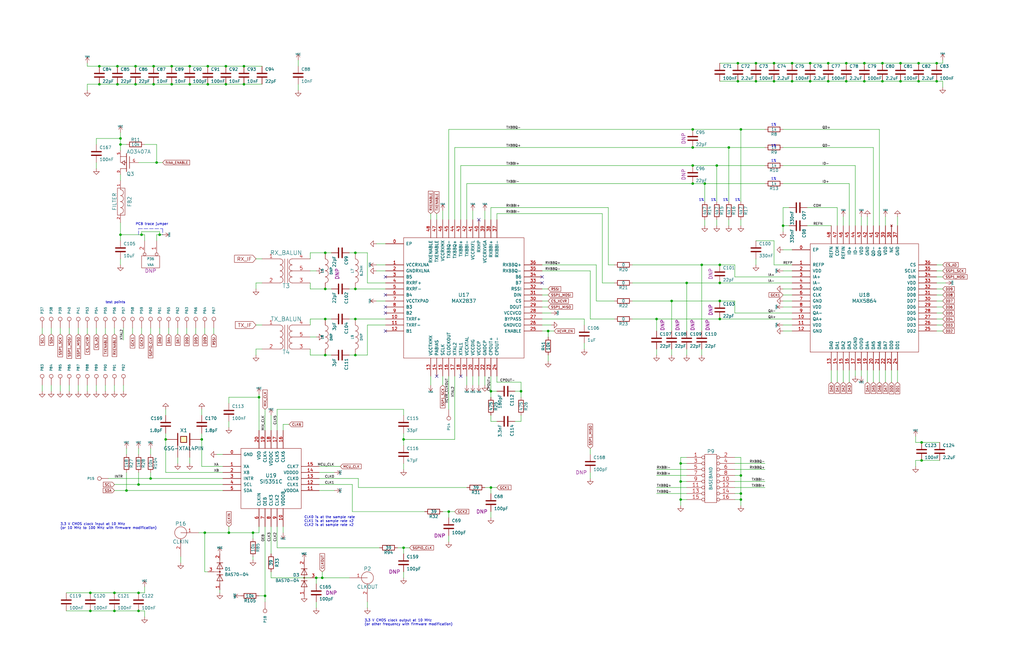
<source format=kicad_sch>
(kicad_sch (version 20231120) (generator "eeschema") (generator_version "8.0")
  (paper "User" 431.8 279.4)
  (title_block (title "HackRF One baseband") (date "2020-09-06") (company "Copyright 2012-2018 Michael Ossmann") (comment 1 "License: GPL v2"))
  (junction (at 311.15 26.67))
  (junction (at 50.8 58.42))
  (junction (at 58.42 204.47))
  (junction (at 49.53 27.94))
  (junction (at 137.16 121.92))
  (junction (at 80.01 27.94))
  (junction (at 312.42 54.61))
  (junction (at 207.01 165.1))
  (junction (at 170.18 185.42))
  (junction (at 303.53 111.76))
  (junction (at 106.68 224.79))
  (junction (at 364.49 34.29))
  (junction (at 356.87 34.29))
  (junction (at 318.77 34.29))
  (junction (at 170.18 231.14))
  (junction (at 72.39 35.56))
  (junction (at 69.85 185.42))
  (junction (at 356.87 26.67))
  (junction (at 87.63 35.56))
  (junction (at 85.09 185.42))
  (junction (at 41.91 27.94))
  (junction (at 72.39 27.94))
  (junction (at 303.53 127))
  (junction (at 137.16 149.86))
  (junction (at 372.11 26.67))
  (junction (at 38.1 250.19))
  (junction (at 135.89 243.84))
  (junction (at 64.77 27.94))
  (junction (at 302.26 69.85))
  (junction (at 95.25 35.56))
  (junction (at 330.2 95.25))
  (junction (at 67.31 99.06))
  (junction (at 326.39 26.67))
  (junction (at 66.04 68.58))
  (junction (at 287.02 203.2))
  (junction (at 86.36 224.79))
  (junction (at 292.1 77.47))
  (junction (at 349.25 34.29))
  (junction (at 63.5 201.93))
  (junction (at 283.21 127))
  (junction (at 394.97 34.29))
  (junction (at 307.34 62.23))
  (junction (at 292.1 69.85))
  (junction (at 48.26 257.81))
  (junction (at 303.53 119.38))
  (junction (at 387.35 26.67))
  (junction (at 95.25 27.94))
  (junction (at 53.34 207.01))
  (junction (at 387.35 34.29))
  (junction (at 111.76 251.46))
  (junction (at 80.01 35.56))
  (junction (at 318.77 26.67))
  (junction (at 312.42 200.66))
  (junction (at 149.86 121.92))
  (junction (at 50.8 60.96))
  (junction (at 49.53 35.56))
  (junction (at 50.8 99.06))
  (junction (at 57.15 35.56))
  (junction (at 341.63 26.67))
  (junction (at 303.53 134.62))
  (junction (at 102.87 35.56))
  (junction (at 59.69 99.06))
  (junction (at 311.15 34.29))
  (junction (at 57.15 27.94))
  (junction (at 149.86 134.62))
  (junction (at 326.39 34.29))
  (junction (at 312.42 210.82))
  (junction (at 292.1 62.23))
  (junction (at 137.16 106.68))
  (junction (at 334.01 26.67))
  (junction (at 379.73 26.67))
  (junction (at 287.02 195.58))
  (junction (at 292.1 54.61))
  (junction (at 295.91 111.76))
  (junction (at 207.01 205.74))
  (junction (at 96.52 224.79))
  (junction (at 276.86 134.62))
  (junction (at 102.87 27.94))
  (junction (at 388.62 186.69))
  (junction (at 38.1 257.81))
  (junction (at 219.71 165.1))
  (junction (at 394.97 26.67))
  (junction (at 48.26 250.19))
  (junction (at 87.63 27.94))
  (junction (at 41.91 35.56))
  (junction (at 388.62 194.31))
  (junction (at 334.01 34.29))
  (junction (at 58.42 257.81))
  (junction (at 58.42 250.19))
  (junction (at 231.14 139.7))
  (junction (at 149.86 106.68))
  (junction (at 297.18 77.47))
  (junction (at 349.25 26.67))
  (junction (at 289.56 119.38))
  (junction (at 133.35 243.84))
  (junction (at 137.16 134.62))
  (junction (at 379.73 34.29))
  (junction (at 109.22 167.64))
  (junction (at 287.02 210.82))
  (junction (at 64.77 35.56))
  (junction (at 364.49 26.67))
  (junction (at 341.63 34.29))
  (junction (at 189.23 215.9))
  (junction (at 312.42 208.28))
  (junction (at 149.86 149.86))
  (junction (at 372.11 34.29))
  (no_connect (at 194.31 158.75))
  (no_connect (at 228.6 116.84))
  (no_connect (at 162.56 132.08))
  (no_connect (at 201.93 92.71))
  (no_connect (at 162.56 129.54))
  (no_connect (at 162.56 124.46))
  (no_connect (at 184.15 158.75))
  (no_connect (at 228.6 119.38))
  (no_connect (at 162.56 116.84))
  (no_connect (at 162.56 139.7))
  (wire (pts (xy 370.84 95.25) (xy 370.84 54.61)))
  (wire (pts (xy 394.97 137.16) (xy 397.51 137.16)))
  (wire (pts (xy 48.26 204.47) (xy 58.42 204.47)))
  (wire (pts (xy 189.23 226.06) (xy 189.23 228.6)))
  (wire (pts (xy 209.55 90.17) (xy 209.55 92.71)))
  (wire (pts (xy 330.2 87.63) (xy 330.2 95.25)))
  (wire (pts (xy 312.42 208.28) (xy 312.42 210.82)))
  (wire (pts (xy 102.87 27.94) (xy 110.49 27.94)))
  (wire (pts (xy 87.63 27.94) (xy 95.25 27.94)))
  (wire (pts (xy 29.21 138.43) (xy 29.21 140.97)))
  (wire (pts (xy 154.94 137.16) (xy 162.56 137.16)))
  (wire (pts (xy 388.62 186.69) (xy 396.24 186.69)))
  (wire (pts (xy 80.01 193.04) (xy 80.01 195.58)))
  (wire (pts (xy 66.04 101.6) (xy 66.04 99.06)))
  (wire (pts (xy 309.88 116.84) (xy 334.01 116.84)))
  (wire (pts (xy 330.2 127) (xy 334.01 127)))
  (wire (pts (xy 364.49 26.67) (xy 372.11 26.67)))
  (wire (pts (xy 33.02 138.43) (xy 33.02 140.97)))
  (wire (pts (xy 207.01 177.8) (xy 209.55 177.8)))
  (wire (pts (xy 232.41 137.16) (xy 228.6 137.16)))
  (wire (pts (xy 191.77 62.23) (xy 292.1 62.23)))
  (wire (pts (xy 207.01 205.74) (xy 207.01 208.28)))
  (wire (pts (xy 302.26 69.85) (xy 302.26 85.09)))
  (wire (pts (xy 194.31 69.85) (xy 292.1 69.85)))
  (wire (pts (xy 45.72 201.93) (xy 63.5 201.93)))
  (wire (pts (xy 149.86 106.68) (xy 154.94 106.68)))
  (wire (pts (xy 287.02 210.82) (xy 287.02 213.36)))
  (wire (pts (xy 130.81 134.62) (xy 137.16 134.62)))
  (wire (pts (xy 80.01 27.94) (xy 87.63 27.94)))
  (wire (pts (xy 64.77 27.94) (xy 72.39 27.94)))
  (wire (pts (xy 394.97 111.76) (xy 397.51 111.76)))
  (wire (pts (xy 21.59 162.56) (xy 21.59 165.1)))
  (wire (pts (xy 130.81 137.16) (xy 130.81 134.62)))
  (wire (pts (xy 67.31 97.79) (xy 67.31 99.06)))
  (wire (pts (xy 349.25 26.67) (xy 356.87 26.67)))
  (wire (pts (xy 111.76 251.46) (xy 111.76 254)))
  (wire (pts (xy 302.26 92.71) (xy 302.26 95.25)))
  (wire (pts (xy 106.68 234.95) (xy 106.68 236.22)))
  (wire (pts (xy 186.69 88.9) (xy 186.69 92.71)))
  (wire (pts (xy 40.64 162.56) (xy 40.64 165.1)))
  (wire (pts (xy 303.53 26.67) (xy 311.15 26.67)))
  (wire (pts (xy 53.34 199.39) (xy 53.34 207.01)))
  (wire (pts (xy 158.75 111.76) (xy 162.56 111.76)))
  (wire (pts (xy 36.83 27.94) (xy 36.83 26.67)))
  (wire (pts (xy 350.52 156.21) (xy 350.52 161.29)))
  (wire (pts (xy 303.53 34.29) (xy 311.15 34.29)))
  (wire (pts (xy 76.2 234.95) (xy 76.2 237.49)))
  (wire (pts (xy 27.94 250.19) (xy 38.1 250.19)))
  (wire (pts (xy 57.15 27.94) (xy 64.77 27.94)))
  (wire (pts (xy 50.8 60.96) (xy 50.8 63.5)))
  (wire (pts (xy 207.01 87.63) (xy 207.01 92.71)))
  (wire (pts (xy 355.6 156.21) (xy 355.6 161.29)))
  (wire (pts (xy 109.22 166.37) (xy 109.22 167.64)))
  (wire (pts (xy 170.18 185.42) (xy 170.18 187.96)))
  (wire (pts (xy 116.84 231.14) (xy 116.84 222.25)))
  (wire (pts (xy 287.02 193.04) (xy 287.02 195.58)))
  (wire (pts (xy 309.88 132.08) (xy 334.01 132.08)))
  (wire (pts (xy 114.3 181.61) (xy 114.3 175.26)))
  (wire (pts (xy 295.91 139.7) (xy 295.91 111.76)))
  (wire (pts (xy 87.63 35.56) (xy 95.25 35.56)))
  (wire (pts (xy 143.51 196.85) (xy 134.62 196.85)))
  (wire (pts (xy 147.32 106.68) (xy 149.86 106.68)))
  (wire (pts (xy 189.23 54.61) (xy 292.1 54.61)))
  (wire (pts (xy 114.3 243.84) (xy 133.35 243.84)))
  (wire (pts (xy 21.59 138.43) (xy 21.59 140.97)))
  (wire (pts (xy 394.97 116.84) (xy 397.51 116.84)))
  (wire (pts (xy 312.42 200.66) (xy 312.42 208.28)))
  (wire (pts (xy 69.85 175.26) (xy 69.85 172.72)))
  (wire (pts (xy 378.46 91.44) (xy 378.46 95.25)))
  (wire (pts (xy 170.18 175.26) (xy 170.18 172.72)))
  (wire (pts (xy 201.93 158.75) (xy 201.93 162.56)))
  (wire (pts (xy 341.63 26.67) (xy 349.25 26.67)))
  (wire (pts (xy 307.34 92.71) (xy 307.34 95.25)))
  (wire (pts (xy 394.97 34.29) (xy 397.51 34.29)))
  (wire (pts (xy 189.23 215.9) (xy 189.23 218.44)))
  (wire (pts (xy 318.77 34.29) (xy 326.39 34.29)))
  (wire (pts (xy 356.87 34.29) (xy 364.49 34.29)))
  (wire (pts (xy 353.06 95.25) (xy 353.06 87.63)))
  (wire (pts (xy 137.16 106.68) (xy 139.7 106.68)))
  (wire (pts (xy 209.55 161.29) (xy 209.55 158.75)))
  (wire (pts (xy 297.18 77.47) (xy 322.58 77.47)))
  (wire (pts (xy 330.2 129.54) (xy 334.01 129.54)))
  (wire (pts (xy 135.89 243.84) (xy 147.32 243.84)))
  (wire (pts (xy 130.81 119.38) (xy 130.81 121.92)))
  (wire (pts (xy 196.85 158.75) (xy 196.85 162.56)))
  (wire (pts (xy 219.71 165.1) (xy 217.17 165.1)))
  (wire (pts (xy 332.74 95.25) (xy 330.2 95.25)))
  (wire (pts (xy 276.86 134.62) (xy 276.86 139.7)))
  (wire (pts (xy 228.6 114.3) (xy 248.92 114.3)))
  (wire (pts (xy 50.8 55.88) (xy 50.8 58.42)))
  (wire (pts (xy 189.23 54.61) (xy 189.23 92.71)))
  (wire (pts (xy 322.58 205.74) (xy 309.88 205.74)))
  (wire (pts (xy 256.54 111.76) (xy 259.08 111.76)))
  (wire (pts (xy 219.71 177.8) (xy 219.71 175.26)))
  (wire (pts (xy 209.55 165.1) (xy 207.01 165.1)))
  (wire (pts (xy 289.56 203.2) (xy 287.02 203.2)))
  (wire (pts (xy 207.01 175.26) (xy 207.01 177.8)))
  (wire (pts (xy 370.84 54.61) (xy 330.2 54.61)))
  (wire (pts (xy 254 119.38) (xy 259.08 119.38)))
  (wire (pts (xy 191.77 158.75) (xy 191.77 185.42)))
  (wire (pts (xy 217.17 177.8) (xy 219.71 177.8)))
  (wire (pts (xy 266.7 119.38) (xy 289.56 119.38)))
  (wire (pts (xy 66.04 99.06) (xy 67.31 99.06)))
  (wire (pts (xy 330.2 137.16) (xy 334.01 137.16)))
  (wire (pts (xy 58.42 204.47) (xy 93.98 204.47)))
  (wire (pts (xy 334.01 111.76) (xy 326.39 111.76)))
  (wire (pts (xy 387.35 26.67) (xy 394.97 26.67)))
  (wire (pts (xy 95.25 35.56) (xy 102.87 35.56)))
  (wire (pts (xy 50.8 99.06) (xy 50.8 101.6)))
  (wire (pts (xy 154.94 106.68) (xy 154.94 119.38)))
  (wire (pts (xy 204.47 158.75) (xy 204.47 162.56)))
  (wire (pts (xy 289.56 119.38) (xy 289.56 139.7)))
  (wire (pts (xy 394.97 114.3) (xy 397.51 114.3)))
  (wire (pts (xy 83.82 224.79) (xy 86.36 224.79)))
  (wire (pts (xy 63.5 189.23) (xy 63.5 191.77)))
  (wire (pts (xy 248.92 191.77) (xy 248.92 189.23)))
  (polyline (pts (xy 58.42 96.52) (xy 68.58 96.52)) (stroke (width 0) (type dash)))
  (wire (pts (xy 71.12 140.97) (xy 71.12 138.43)))
  (wire (pts (xy 194.31 92.71) (xy 194.31 69.85)))
  (wire (pts (xy 231.14 142.24) (xy 231.14 139.7)))
  (wire (pts (xy 181.61 162.56) (xy 181.61 158.75)))
  (wire (pts (xy 59.69 97.79) (xy 67.31 97.79)))
  (wire (pts (xy 326.39 101.6) (xy 318.77 101.6)))
  (wire (pts (xy 38.1 250.19) (xy 48.26 250.19)))
  (wire (pts (xy 107.95 119.38) (xy 110.49 119.38)))
  (wire (pts (xy 266.7 111.76) (xy 295.91 111.76)))
  (wire (pts (xy 137.16 149.86) (xy 139.7 149.86)))
  (wire (pts (xy 276.86 205.74) (xy 289.56 205.74)))
  (wire (pts (xy 386.08 186.69) (xy 388.62 186.69)))
  (wire (pts (xy 311.15 34.29) (xy 318.77 34.29)))
  (wire (pts (xy 85.09 196.85) (xy 93.98 196.85)))
  (wire (pts (xy 107.95 147.32) (xy 107.95 149.86)))
  (wire (pts (xy 72.39 27.94) (xy 80.01 27.94)))
  (wire (pts (xy 334.01 34.29) (xy 341.63 34.29)))
  (wire (pts (xy 52.07 162.56) (xy 52.07 165.1)))
  (wire (pts (xy 379.73 34.29) (xy 387.35 34.29)))
  (wire (pts (xy 370.84 156.21) (xy 370.84 161.29)))
  (wire (pts (xy 48.26 207.01) (xy 53.34 207.01)))
  (wire (pts (xy 170.18 231.14) (xy 170.18 233.68)))
  (wire (pts (xy 228.6 127) (xy 231.14 127)))
  (wire (pts (xy 86.36 224.79) (xy 96.52 224.79)))
  (wire (pts (xy 67.31 99.06) (xy 68.58 99.06)))
  (wire (pts (xy 170.18 182.88) (xy 170.18 185.42)))
  (wire (pts (xy 147.32 121.92) (xy 149.86 121.92)))
  (wire (pts (xy 106.68 224.79) (xy 106.68 227.33)))
  (wire (pts (xy 309.88 127) (xy 309.88 132.08)))
  (wire (pts (xy 114.3 243.84) (xy 114.3 241.3)))
  (wire (pts (xy 309.88 111.76) (xy 309.88 116.84)))
  (wire (pts (xy 116.84 231.14) (xy 160.02 231.14)))
  (wire (pts (xy 149.86 121.92) (xy 162.56 121.92)))
  (wire (pts (xy 86.36 140.97) (xy 86.36 138.43)))
  (wire (pts (xy 353.06 87.63) (xy 340.36 87.63)))
  (wire (pts (xy 67.31 138.43) (xy 67.31 140.97)))
  (wire (pts (xy 158.75 114.3) (xy 162.56 114.3)))
  (wire (pts (xy 55.88 138.43) (xy 55.88 140.97)))
  (wire (pts (xy 48.26 257.81) (xy 58.42 257.81)))
  (wire (pts (xy 207.01 158.75) (xy 207.01 165.1)))
  (wire (pts (xy 189.23 215.9) (xy 191.77 215.9)))
  (wire (pts (xy 96.52 224.79) (xy 106.68 224.79)))
  (wire (pts (xy 36.83 35.56) (xy 41.91 35.56)))
  (wire (pts (xy 266.7 127) (xy 283.21 127)))
  (wire (pts (xy 219.71 165.1) (xy 219.71 167.64)))
  (wire (pts (xy 170.18 241.3) (xy 170.18 243.84)))
  (wire (pts (xy 25.4 138.43) (xy 25.4 140.97)))
  (wire (pts (xy 69.85 185.42) (xy 69.85 199.39)))
  (wire (pts (xy 106.68 224.79) (xy 109.22 224.79)))
  (wire (pts (xy 232.41 132.08) (xy 228.6 132.08)))
  (wire (pts (xy 148.59 204.47) (xy 148.59 215.9)))
  (wire (pts (xy 228.6 139.7) (xy 231.14 139.7)))
  (wire (pts (xy 96.52 170.18) (xy 96.52 167.64)))
  (wire (pts (xy 48.26 250.19) (xy 58.42 250.19)))
  (wire (pts (xy 248.92 201.93) (xy 248.92 199.39)))
  (wire (pts (xy 375.92 156.21) (xy 375.92 161.29)))
  (wire (pts (xy 119.38 181.61) (xy 119.38 179.07)))
  (wire (pts (xy 196.85 92.71) (xy 196.85 77.47)))
  (wire (pts (xy 110.49 147.32) (xy 107.95 147.32)))
  (wire (pts (xy 184.15 92.71) (xy 184.15 90.17)))
  (wire (pts (xy 394.97 129.54) (xy 397.51 129.54)))
  (wire (pts (xy 387.35 34.29) (xy 394.97 34.29)))
  (wire (pts (xy 303.53 134.62) (xy 334.01 134.62)))
  (wire (pts (xy 167.64 231.14) (xy 170.18 231.14)))
  (wire (pts (xy 40.64 71.12) (xy 40.64 68.58)))
  (wire (pts (xy 228.6 129.54) (xy 231.14 129.54)))
  (wire (pts (xy 309.88 210.82) (xy 312.42 210.82)))
  (wire (pts (xy 147.32 149.86) (xy 149.86 149.86)))
  (wire (pts (xy 378.46 156.21) (xy 378.46 161.29)))
  (wire (pts (xy 246.38 147.32) (xy 246.38 144.78)))
  (wire (pts (xy 292.1 62.23) (xy 307.34 62.23)))
  (wire (pts (xy 312.42 210.82) (xy 312.42 213.36)))
  (wire (pts (xy 311.15 26.67) (xy 318.77 26.67)))
  (wire (pts (xy 312.42 54.61) (xy 322.58 54.61)))
  (wire (pts (xy 58.42 68.58) (xy 66.04 68.58)))
  (wire (pts (xy 116.84 172.72) (xy 116.84 181.61)))
  (wire (pts (xy 326.39 34.29) (xy 334.01 34.29)))
  (wire (pts (xy 44.45 162.56) (xy 44.45 165.1)))
  (wire (pts (xy 189.23 172.72) (xy 189.23 158.75)))
  (wire (pts (xy 334.01 26.67) (xy 341.63 26.67)))
  (wire (pts (xy 287.02 203.2) (xy 287.02 210.82)))
  (wire (pts (xy 228.6 134.62) (xy 246.38 134.62)))
  (wire (pts (xy 318.77 111.76) (xy 318.77 109.22)))
  (wire (pts (xy 48.26 162.56) (xy 48.26 165.1)))
  (wire (pts (xy 60.96 60.96) (xy 66.04 60.96)))
  (wire (pts (xy 397.51 26.67) (xy 397.51 25.4)))
  (wire (pts (xy 289.56 147.32) (xy 289.56 149.86)))
  (wire (pts (xy 82.55 140.97) (xy 82.55 138.43)))
  (wire (pts (xy 85.09 182.88) (xy 85.09 185.42)))
  (wire (pts (xy 326.39 111.76) (xy 326.39 101.6)))
  (wire (pts (xy 248.92 114.3) (xy 248.92 134.62)))
  (wire (pts (xy 303.53 111.76) (xy 309.88 111.76)))
  (wire (pts (xy 292.1 77.47) (xy 297.18 77.47)))
  (wire (pts (xy 312.42 54.61) (xy 312.42 85.09)))
  (wire (pts (xy 340.36 95.25) (xy 350.52 95.25)))
  (wire (pts (xy 307.34 62.23) (xy 307.34 85.09)))
  (wire (pts (xy 326.39 26.67) (xy 334.01 26.67)))
  (wire (pts (xy 181.61 90.17) (xy 181.61 92.71)))
  (wire (pts (xy 107.95 121.92) (xy 107.95 119.38)))
  (wire (pts (xy 309.88 193.04) (xy 312.42 193.04)))
  (wire (pts (xy 25.4 162.56) (xy 25.4 165.1)))
  (wire (pts (xy 133.35 243.84) (xy 133.35 246.38)))
  (wire (pts (xy 307.34 62.23) (xy 322.58 62.23)))
  (wire (pts (xy 158.75 127) (xy 162.56 127)))
  (wire (pts (xy 133.35 142.24) (xy 130.81 142.24)))
  (wire (pts (xy 49.53 35.56) (xy 57.15 35.56)))
  (wire (pts (xy 137.16 134.62) (xy 139.7 134.62)))
  (wire (pts (xy 50.8 58.42) (xy 50.8 60.96)))
  (wire (pts (xy 36.83 162.56) (xy 36.83 165.1)))
  (wire (pts (xy 17.78 162.56) (xy 17.78 165.1)))
  (wire (pts (xy 231.14 139.7) (xy 233.68 139.7)))
  (wire (pts (xy 119.38 179.07) (xy 121.92 179.07)))
  (wire (pts (xy 379.73 26.67) (xy 387.35 26.67)))
  (wire (pts (xy 365.76 156.21) (xy 365.76 161.29)))
  (wire (pts (xy 360.68 95.25) (xy 360.68 69.85)))
  (wire (pts (xy 386.08 194.31) (xy 388.62 194.31)))
  (wire (pts (xy 130.81 106.68) (xy 137.16 106.68)))
  (wire (pts (xy 292.1 69.85) (xy 302.26 69.85)))
  (wire (pts (xy 246.38 134.62) (xy 246.38 137.16)))
  (wire (pts (xy 125.73 25.4) (xy 125.73 27.94)))
  (wire (pts (xy 134.62 201.93) (xy 151.13 201.93)))
  (wire (pts (xy 40.64 60.96) (xy 40.64 58.42)))
  (wire (pts (xy 58.42 199.39) (xy 58.42 204.47)))
  (wire (pts (xy 33.02 162.56) (xy 33.02 165.1)))
  (wire (pts (xy 147.32 134.62) (xy 149.86 134.62)))
  (wire (pts (xy 50.8 99.06) (xy 59.69 99.06)))
  (wire (pts (xy 50.8 93.98) (xy 50.8 99.06)))
  (wire (pts (xy 130.81 147.32) (xy 130.81 149.86)))
  (wire (pts (xy 40.64 138.43) (xy 40.64 140.97)))
  (wire (pts (xy 58.42 189.23) (xy 58.42 191.77)))
  (wire (pts (xy 57.15 35.56) (xy 64.77 35.56)))
  (wire (pts (xy 196.85 77.47) (xy 292.1 77.47)))
  (wire (pts (xy 114.3 222.25) (xy 114.3 233.68)))
  (wire (pts (xy 254 90.17) (xy 254 119.38)))
  (wire (pts (xy 228.6 121.92) (xy 231.14 121.92)))
  (wire (pts (xy 52.07 138.43) (xy 52.07 143.51)))
  (wire (pts (xy 80.01 35.56) (xy 87.63 35.56)))
  (wire (pts (xy 289.56 195.58) (xy 287.02 195.58)))
  (wire (pts (xy 38.1 257.81) (xy 48.26 257.81)))
  (wire (pts (xy 356.87 26.67) (xy 364.49 26.67)))
  (wire (pts (xy 96.52 167.64) (xy 109.22 167.64)))
  (wire (pts (xy 309.88 208.28) (xy 312.42 208.28)))
  (wire (pts (xy 140.97 207.01) (xy 134.62 207.01)))
  (wire (pts (xy 322.58 198.12) (xy 309.88 198.12)))
  (wire (pts (xy 309.88 200.66) (xy 312.42 200.66)))
  (wire (pts (xy 154.94 119.38) (xy 162.56 119.38)))
  (wire (pts (xy 78.74 138.43) (xy 78.74 140.97)))
  (wire (pts (xy 17.78 138.43) (xy 17.78 140.97)))
  (wire (pts (xy 349.25 34.29) (xy 356.87 34.29)))
  (wire (pts (xy 207.01 218.44) (xy 207.01 215.9)))
  (wire (pts (xy 148.59 215.9) (xy 179.07 215.9)))
  (wire (pts (xy 386.08 196.85) (xy 386.08 194.31)))
  (wire (pts (xy 287.02 195.58) (xy 287.02 203.2)))
  (wire (pts (xy 303.53 119.38) (xy 334.01 119.38)))
  (wire (pts (xy 207.01 205.74) (xy 209.55 205.74)))
  (wire (pts (xy 398.78 119.38) (xy 394.97 119.38)))
  (wire (pts (xy 96.52 180.34) (xy 96.52 177.8)))
  (wire (pts (xy 29.21 162.56) (xy 29.21 165.1)))
  (wire (pts (xy 219.71 161.29) (xy 209.55 161.29)))
  (wire (pts (xy 50.8 73.66) (xy 50.8 76.2)))
  (wire (pts (xy 44.45 138.43) (xy 44.45 140.97)))
  (wire (pts (xy 135.89 241.3) (xy 135.89 243.84)))
  (wire (pts (xy 66.04 68.58) (xy 68.58 68.58)))
  (wire (pts (xy 330.2 95.25) (xy 330.2 97.79)))
  (wire (pts (xy 85.09 172.72) (xy 85.09 175.26)))
  (wire (pts (xy 90.17 138.43) (xy 90.17 140.97)))
  (wire (pts (xy 312.42 92.71) (xy 312.42 95.25)))
  (wire (pts (xy 283.21 147.32) (xy 283.21 149.86)))
  (wire (pts (xy 372.11 34.29) (xy 379.73 34.29)))
  (wire (pts (xy 49.53 27.94) (xy 57.15 27.94)))
  (wire (pts (xy 251.46 111.76) (xy 251.46 127)))
  (wire (pts (xy 27.94 257.81) (xy 38.1 257.81)))
  (wire (pts (xy 373.38 91.44) (xy 373.38 95.25)))
  (wire (pts (xy 60.96 257.81) (xy 60.96 260.35)))
  (wire (pts (xy 283.21 139.7) (xy 283.21 127)))
  (wire (pts (xy 256.54 87.63) (xy 256.54 111.76)))
  (wire (pts (xy 276.86 147.32) (xy 276.86 149.86)))
  (wire (pts (xy 130.81 106.68) (xy 130.81 109.22)))
  (wire (pts (xy 394.97 139.7) (xy 397.51 139.7)))
  (wire (pts (xy 40.64 58.42) (xy 50.8 58.42)))
  (wire (pts (xy 207.01 165.1) (xy 207.01 167.64)))
  (wire (pts (xy 111.76 222.25) (xy 111.76 251.46)))
  (wire (pts (xy 154.94 149.86) (xy 154.94 137.16)))
  (wire (pts (xy 119.38 224.79) (xy 119.38 222.25)))
  (wire (pts (xy 74.93 195.58) (xy 74.93 193.04)))
  (wire (pts (xy 92.71 248.92) (xy 92.71 250.19)))
  (wire (pts (xy 355.6 91.44) (xy 355.6 95.25)))
  (wire (pts (xy 63.5 201.93) (xy 93.98 201.93)))
  (wire (pts (xy 397.51 34.29) (xy 397.51 36.83)))
  (wire (pts (xy 358.14 161.29) (xy 358.14 156.21)))
  (wire (pts (xy 360.68 69.85) (xy 330.2 69.85)))
  (wire (pts (xy 191.77 185.42) (xy 170.18 185.42)))
  (wire (pts (xy 207.01 87.63) (xy 256.54 87.63)))
  (wire (pts (xy 69.85 199.39) (xy 93.98 199.39)))
  (wire (pts (xy 53.34 207.01) (xy 93.98 207.01)))
  (wire (pts (xy 133.35 243.84) (xy 135.89 243.84)))
  (polyline (pts (xy 68.58 96.52) (xy 68.58 99.06)) (stroke (width 0) (type dash)))
  (wire (pts (xy 170.18 198.12) (xy 170.18 195.58)))
  (wire (pts (xy 297.18 77.47) (xy 297.18 85.09)))
  (wire (pts (xy 394.97 124.46) (xy 397.51 124.46)))
  (wire (pts (xy 36.83 35.56) (xy 36.83 38.1)))
  (wire (pts (xy 102.87 35.56) (xy 110.49 35.56)))
  (wire (pts (xy 394.97 132.08) (xy 397.51 132.08)))
  (wire (pts (xy 248.92 134.62) (xy 259.08 134.62)))
  (wire (pts (xy 276.86 208.28) (xy 289.56 208.28)))
  (wire (pts (xy 59.69 99.06) (xy 59.69 97.79)))
  (wire (pts (xy 204.47 205.74) (xy 207.01 205.74)))
  (wire (pts (xy 72.39 35.56) (xy 80.01 35.56)))
  (wire (pts (xy 219.71 161.29) (xy 219.71 165.1)))
  (wire (pts (xy 53.34 189.23) (xy 53.34 191.77)))
  (wire (pts (xy 87.63 241.3) (xy 86.36 241.3)))
  (wire (pts (xy 199.39 158.75) (xy 199.39 162.56)))
  (wire (pts (xy 289.56 119.38) (xy 303.53 119.38)))
  (wire (pts (xy 283.21 127) (xy 303.53 127)))
  (wire (pts (xy 302.26 69.85) (xy 322.58 69.85)))
  (wire (pts (xy 368.3 62.23) (xy 368.3 95.25)))
  (wire (pts (xy 69.85 182.88) (xy 69.85 185.42)))
  (wire (pts (xy 358.14 77.47) (xy 330.2 77.47)))
  (wire (pts (xy 394.97 121.92) (xy 397.51 121.92)))
  (wire (pts (xy 133.35 114.3) (xy 130.81 114.3)))
  (wire (pts (xy 330.2 121.92) (xy 334.01 121.92)))
  (wire (pts (xy 36.83 27.94) (xy 41.91 27.94)))
  (wire (pts (xy 149.86 134.62) (xy 162.56 134.62)))
  (wire (pts (xy 109.22 251.46) (xy 111.76 251.46)))
  (wire (pts (xy 125.73 35.56) (xy 125.73 38.1)))
  (wire (pts (xy 170.18 172.72) (xy 116.84 172.72)))
  (wire (pts (xy 74.93 138.43) (xy 74.93 140.97)))
  (wire (pts (xy 151.13 201.93) (xy 151.13 205.74)))
  (wire (pts (xy 59.69 99.06) (xy 60.96 99.06)))
  (wire (pts (xy 158.75 102.87) (xy 162.56 102.87)))
  (wire (pts (xy 394.97 134.62) (xy 397.51 134.62)))
  (wire (pts (xy 204.47 88.9) (xy 204.47 92.71)))
  (wire (pts (xy 292.1 54.61) (xy 312.42 54.61)))
  (wire (pts (xy 58.42 257.81) (xy 60.96 257.81)))
  (wire (pts (xy 86.36 224.79) (xy 86.36 241.3)))
  (wire (pts (xy 358.14 77.47) (xy 358.14 95.25)))
  (wire (pts (xy 372.11 26.67) (xy 379.73 26.67)))
  (wire (pts (xy 107.95 137.16) (xy 110.49 137.16)))
  (wire (pts (xy 332.74 87.63) (xy 330.2 87.63)))
  (wire (pts (xy 394.97 26.67) (xy 397.51 26.67)))
  (wire (pts (xy 341.63 34.29) (xy 349.25 34.29)))
  (wire (pts (xy 151.13 205.74) (xy 196.85 205.74)))
  (wire (pts (xy 186.69 215.9) (xy 189.23 215.9)))
  (wire (pts (xy 297.18 95.25) (xy 297.18 92.71)))
  (wire (pts (xy 60.96 250.19) (xy 60.96 247.65)))
  (wire (pts (xy 41.91 35.56) (xy 49.53 35.56)))
  (wire (pts (xy 154.94 254) (xy 154.94 256.54)))
  (wire (pts (xy 312.42 193.04) (xy 312.42 200.66)))
  (wire (pts (xy 276.86 134.62) (xy 303.53 134.62)))
  (wire (pts (xy 60.96 99.06) (xy 60.96 101.6)))
  (wire (pts (xy 130.81 149.86) (xy 137.16 149.86)))
  (wire (pts (xy 276.86 198.12) (xy 289.56 198.12)))
  (wire (pts (xy 48.26 140.97) (xy 48.26 138.43)))
  (wire (pts (xy 186.69 158.75) (xy 186.69 162.56)))
  (wire (pts (xy 96.52 224.79) (xy 96.52 222.25)))
  (wire (pts (xy 228.6 111.76) (xy 251.46 111.76)))
  (wire (pts (xy 231.14 152.4) (xy 231.14 149.86)))
  (wire (pts (xy 64.77 35.56) (xy 72.39 35.56)))
  (wire (pts (xy 322.58 203.2) (xy 309.88 203.2)))
  (wire (pts (xy 110.49 109.22) (xy 107.95 109.22)))
  (wire (pts (xy 59.69 138.43) (xy 59.69 140.97)))
  (wire (pts (xy 50.8 111.76) (xy 50.8 109.22)))
  (wire (pts (xy 149.86 149.86) (xy 154.94 149.86)))
  (wire (pts (xy 109.22 167.64) (xy 109.22 181.61)))
  (wire (pts (xy 289.56 193.04) (xy 287.02 193.04)))
  (wire (pts (xy 386.08 184.15) (xy 386.08 186.69)))
  (wire (pts (xy 266.7 134.62) (xy 276.86 134.62)))
  (wire (pts (xy 388.62 194.31) (xy 396.24 194.31)))
  (wire (pts (xy 368.3 156.21) (xy 368.3 161.29)))
  (wire (pts (xy 303.53 127) (xy 309.88 127)))
  (wire (pts (xy 36.83 138.43) (xy 36.83 140.97)))
  (wire (pts (xy 170.18 231.14) (xy 172.72 231.14)))
  (wire (pts (xy 295.91 147.32) (xy 295.91 149.86)))
  (wire (pts (xy 295.91 111.76) (xy 303.53 111.76)))
  (wire (pts (xy 109.22 224.79) (xy 109.22 222.25)))
  (wire (pts (xy 364.49 34.29) (xy 372.11 34.29)))
  (wire (pts (xy 50.8 60.96) (xy 53.34 60.96)))
  (wire (pts (xy 66.04 60.96) (xy 66.04 68.58)))
  (wire (pts (xy 133.35 254) (xy 133.35 256.54)))
  (wire (pts (xy 191.77 92.71) (xy 191.77 62.23)))
  (wire (pts (xy 95.25 27.94) (xy 102.87 27.94)))
  (wire (pts (xy 85.09 185.42) (xy 85.09 196.85)))
  (wire (pts (xy 318.77 26.67) (xy 326.39 26.67)))
  (wire (pts (xy 360.68 158.75) (xy 360.68 156.21)))
  (wire (pts (xy 322.58 195.58) (xy 309.88 195.58)))
  (wire (pts (xy 289.56 210.82) (xy 287.02 210.82)))
  (wire (pts (xy 140.97 199.39) (xy 134.62 199.39)))
  (wire (pts (xy 363.22 91.44) (xy 363.22 95.25)))
  (wire (pts (xy 330.2 124.46) (xy 334.01 124.46)))
  (wire (pts (xy 58.42 250.19) (xy 60.96 250.19)))
  (wire (pts (xy 91.44 191.77) (xy 93.98 191.77)))
  (wire (pts (xy 137.16 121.92) (xy 139.7 121.92)))
  (wire (pts (xy 330.2 114.3) (xy 334.01 114.3)))
  (wire (pts (xy 228.6 124.46) (xy 231.14 124.46)))
  (wire (pts (xy 41.91 27.94) (xy 49.53 27.94)))
  (wire (pts (xy 63.5 199.39) (xy 63.5 201.93)))
  (wire (pts (xy 251.46 127) (xy 259.08 127)))
  (wire (pts (xy 330.2 139.7) (xy 334.01 139.7)))
  (wire (pts (xy 368.3 62.23) (xy 330.2 62.23)))
  (wire (pts (xy 353.06 161.29) (xy 353.06 156.21)))
  (polyline (pts (xy 58.42 99.06) (xy 58.42 96.52)) (stroke (width 0) (type dash)))
  (wire (pts (xy 130.81 121.92) (xy 137.16 121.92)))
  (wire (pts (xy 209.55 90.17) (xy 254 90.17)))
  (wire (pts (xy 276.86 200.66) (xy 289.56 200.66)))
  (wire (pts (xy 134.62 204.47) (xy 148.59 204.47)))
  (wire (pts (xy 199.39 88.9) (xy 199.39 92.71)))
  (wire (pts (xy 394.97 127) (xy 397.51 127)))
  (wire (pts (xy 330.2 105.41) (xy 334.01 105.41)))
  (wire (pts (xy 63.5 140.97) (xy 63.5 138.43)))
  (wire (pts (xy 363.22 158.75) (xy 363.22 156.21)))
  (wire (pts (xy 365.76 91.44) (xy 365.76 95.25)))
  (wire (pts (xy 111.76 172.72) (xy 111.76 181.61)))
  (wire (pts (xy 373.38 156.21) (xy 373.38 161.29)))
  (text "1%" (at 299.72 85.09 0) (effects (font (size 1.016 1.016)) (justify left bottom)))
  (text "1%" (at 304.8 85.09 0) (effects (font (size 1.016 1.016)) (justify left bottom)))
  (text "1%" (at 325.12 62.23 0) (effects (font (size 1.016 1.016)) (justify left bottom)))
  (text "test points" (at 44.45 128.27 0) (effects (font (size 1.016 1.016)) (justify left bottom)))
  (text "1%" (at 325.12 53.34 0) (effects (font (size 1.016 1.016)) (justify left bottom)))
  (text "1%" (at 294.64 85.09 0) (effects (font (size 1.016 1.016)) (justify left bottom)))
  (text "1%" (at 325.12 68.58 0) (effects (font (size 1.016 1.016)) (justify left bottom)))
  (text "1%" (at 309.88 85.09 0) (effects (font (size 1.016 1.016)) (justify left bottom)))
  (text "3.3 V CMOS clock input at 10 MHz\n(or 10 MHz to 100 MHz with firmware modification)" (at 25.4 223.52 0) (effects (font (size 1.016 1.016)) (justify left bottom)))
  (text "3.3 V CMOS clock output at 10 MHz\n(or other frequency with firmware modification)" (at 153.67 264.16 0) (effects (font (size 1.016 1.016)) (justify left bottom)))
  (text "PCB trace jumper" (at 57.15 95.25 0) (effects (font (size 1.016 1.016)) (justify left bottom)))
  (text "1%" (at 325.12 76.2 0) (effects (font (size 1.016 1.016)) (justify left bottom)))
  (text "CLK0 is at the sample rate\nCLK1 is at sample rate x2\nCLK2 is at sample rate x2" (at 128.27 222.25 0) (effects (font (size 1.016 1.016)) (justify left bottom)))
  (label "RXBBI+" (at 276.86 200.66 0) (effects (font (size 1.016 1.016))))
  (label "RXBBI-" (at 213.36 90.17 0) (effects (font (size 1.016 1.016))))
  (label "CLK3" (at 114.3 228.6 90) (effects (font (size 1.016 1.016))))
  (label "QA-" (at 323.85 132.08 0) (effects (font (size 1.016 1.016))))
  (label "CLK5" (at 116.84 175.26 270) (effects (font (size 1.016 1.016))))
  (label "QA+" (at 323.85 134.62 0) (effects (font (size 1.016 1.016))))
  (label "XTAL2" (at 191.77 167.64 90) (effects (font (size 1.016 1.016))))
  (label "CLK2" (at 116.84 228.6 90) (effects (font (size 1.016 1.016))))
  (label "RXBBQ+" (at 322.58 198.12 180) (effects (font (size 1.016 1.016))))
  (label "COM" (at 342.9 87.63 0) (effects (font (size 1.016 1.016))))
  (label "IA-" (at 323.85 119.38 0) (effects (font (size 1.016 1.016))))
  (label "TXBBQ+" (at 276.86 205.74 0) (effects (font (size 1.016 1.016))))
  (label "OEB" (at 111.76 228.6 90) (effects (font (size 1.016 1.016))))
  (label "RXBBI-" (at 276.86 198.12 0) (effects (font (size 1.016 1.016))))
  (label "RXBBQ+" (at 229.87 111.76 0) (effects (font (size 1.016 1.016))))
  (label "INTR" (at 48.26 201.93 0) (effects (font (size 1.016 1.016))))
  (label "CPOUT-" (at 210.82 161.29 0) (effects (font (size 1.016 1.016))))
  (label "MIX_CLK" (at 111.76 175.26 270) (effects (font (size 1.016 1.016))))
  (label "IA+" (at 323.85 116.84 0) (effects (font (size 1.016 1.016))))
  (label "RXBBQ-" (at 229.87 114.3 0) (effects (font (size 1.016 1.016))))
  (label "ID-" (at 346.71 69.85 0) (effects (font (size 1.016 1.016))))
  (label "QD-" (at 346.71 62.23 0) (effects (font (size 1.016 1.016))))
  (label "CLK0" (at 140.97 201.93 180) (effects (font (size 1.016 1.016))))
  (label "ID+" (at 346.71 77.47 0) (effects (font (size 1.016 1.016))))
  (label "QD+" (at 346.71 54.61 0) (effects (font (size 1.016 1.016))))
  (label "MCU_CLK" (at 140.97 196.85 180) (effects (font (size 1.016 1.016))))
  (label "RXBBQ-" (at 322.58 195.58 180) (effects (font (size 1.016 1.016))))
  (label "XA" (at 90.17 196.85 0) (effects (font (size 1.016 1.016))))
  (label "RXBBI+" (at 213.36 87.63 0) (effects (font (size 1.016 1.016))))
  (label "TXBBI+" (at 322.58 205.74 180) (effects (font (size 1.016 1.016))))
  (label "TXBBQ-" (at 276.86 208.28 0) (effects (font (size 1.016 1.016))))
  (label "CPOUT+" (at 207.01 165.1 90) (effects (font (size 1.016 1.016))))
  (label "REFN" (at 342.9 95.25 0) (effects (font (size 1.016 1.016))))
  (label "TXBBQ-" (at 213.36 54.61 0) (effects (font (size 1.016 1.016))))
  (label "TXBBI+" (at 213.36 69.85 0) (effects (font (size 1.016 1.016))))
  (label "TXBBQ+" (at 213.36 62.23 0) (effects (font (size 1.016 1.016))))
  (label "XB" (at 90.17 199.39 0) (effects (font (size 1.016 1.016))))
  (label "XTAL2" (at 52.07 143.51 90) (effects (font (size 1.016 1.016))))
  (label "TXBBI-" (at 213.36 77.47 0) (effects (font (size 1.016 1.016))))
  (label "REFP" (at 330.2 111.76 0) (effects (font (size 1.016 1.016))))
  (label "XCVR_CLKOUT" (at 189.23 170.18 90) (effects (font (size 1.016 1.016))))
  (label "CLK1" (at 140.97 204.47 180) (effects (font (size 1.016 1.016))))
  (label "TXBBI-" (at 322.58 203.2 180) (effects (font (size 1.016 1.016))))
  (global_label "SSP1_MOSI" (shape input) (at 397.51 116.84 0) (effects (font (size 1.016 1.016))) (property "Intersheetrefs" "${INTERSHEET_REFS}" (effects (hide yes))))
  (global_label "SSP1_SCK" (shape input) (at 397.51 114.3 0) (effects (font (size 1.016 1.016))) (property "Intersheetrefs" "${INTERSHEET_REFS}" (effects (hide yes))))
  (global_label "GCK2" (shape input) (at 191.77 215.9 0) (effects (font (size 1.016 1.016))) (property "Intersheetrefs" "${INTERSHEET_REFS}" (effects (hide yes))))
  (global_label "DD2" (shape input) (at 397.51 139.7 0) (effects (font (size 1.016 1.016))) (property "Intersheetrefs" "${INTERSHEET_REFS}" (effects (hide yes))))
  (global_label "XCVR_EN" (shape input) (at 233.68 139.7 0) (effects (font (size 1.016 1.016))) (property "Intersheetrefs" "${INTERSHEET_REFS}" (effects (hide yes))))
  (global_label "DA0" (shape input) (at 350.52 161.29 270) (effects (font (size 1.016 1.016))) (property "Intersheetrefs" "${INTERSHEET_REFS}" (effects (hide yes))))
  (global_label "SGPIO_CLK" (shape input) (at 63.5 140.97 270) (effects (font (size 1.016 1.016))) (property "Intersheetrefs" "${INTERSHEET_REFS}" (effects (hide yes))))
  (global_label "SSP1_MISO" (shape input) (at 33.02 140.97 270) (effects (font (size 1.016 1.016))) (property "Intersheetrefs" "${INTERSHEET_REFS}" (effects (hide yes))))
  (global_label "CS_AD" (shape input) (at 397.51 111.76 0) (effects (font (size 1.016 1.016))) (property "Intersheetrefs" "${INTERSHEET_REFS}" (effects (hide yes))))
  (global_label "SCL" (shape input) (at 48.26 204.47 180) (effects (font (size 1.016 1.016))) (property "Intersheetrefs" "${INTERSHEET_REFS}" (effects (hide yes))))
  (global_label "DD7" (shape input) (at 397.51 127 0) (effects (font (size 1.016 1.016))) (property "Intersheetrefs" "${INTERSHEET_REFS}" (effects (hide yes))))
  (global_label "SSP1_MOSI" (shape input) (at 29.21 140.97 270) (effects (font (size 1.016 1.016))) (property "Intersheetrefs" "${INTERSHEET_REFS}" (effects (hide yes))))
  (global_label "CS_AD" (shape input) (at 40.64 140.97 270) (effects (font (size 1.016 1.016))) (property "Intersheetrefs" "${INTERSHEET_REFS}" (effects (hide yes))))
  (global_label "RSSI" (shape input) (at 90.17 140.97 270) (effects (font (size 1.016 1.016))) (property "Intersheetrefs" "${INTERSHEET_REFS}" (effects (hide yes))))
  (global_label "SDA" (shape input) (at 21.59 140.97 270) (effects (font (size 1.016 1.016))) (property "Intersheetrefs" "${INTERSHEET_REFS}" (effects (hide yes))))
  (global_label "DA2" (shape input) (at 355.6 161.29 270) (effects (font (size 1.016 1.016))) (property "Intersheetrefs" "${INTERSHEET_REFS}" (effects (hide yes))))
  (global_label "CLK6" (shape input) (at 121.92 179.07 0) (effects (font (size 1.016 1.016))) (property "Intersheetrefs" "${INTERSHEET_REFS}" (effects (hide yes))))
  (global_label "SGPIO_CLK" (shape input) (at 172.72 231.14 0) (effects (font (size 1.016 1.016))) (property "Intersheetrefs" "${INTERSHEET_REFS}" (effects (hide yes))))
  (global_label "CLKOUT" (shape input) (at 135.89 241.3 90) (effects (font (size 1.016 1.016))) (property "Intersheetrefs" "${INTERSHEET_REFS}" (effects (hide yes))))
  (global_label "MCU_CLK" (shape input) (at 143.51 196.85 0) (effects (font (size 1.016 1.016))) (property "Intersheetrefs" "${INTERSHEET_REFS}" (effects (hide yes))))
  (global_label "GCK1" (shape input) (at 209.55 205.74 0) (effects (font (size 1.016 1.016))) (property "Intersheetrefs" "${INTERSHEET_REFS}" (effects (hide yes))))
  (global_label "DA7" (shape input) (at 373.38 161.29 270) (effects (font (size 1.016 1.016))) (property "Intersheetrefs" "${INTERSHEET_REFS}" (effects (hide yes))))
  (global_label "DD0" (shape input) (at 375.92 161.29 270) (effects (font (size 1.016 1.016))) (property "Intersheetrefs" "${INTERSHEET_REFS}" (effects (hide yes))))
  (global_label "!VAA_ENABLE" (shape input) (at 68.58 68.58 0) (effects (font (size 1.016 1.016))) (property "Intersheetrefs" "${INTERSHEET_REFS}" (effects (hide yes))))
  (global_label "DD0" (shape input) (at 78.74 140.97 270) (effects (font (size 1.016 1.016))) (property "Intersheetrefs" "${INTERSHEET_REFS}" (effects (hide yes))))
  (global_label "GCK1" (shape input) (at 55.88 140.97 270) (effects (font (size 1.016 1.016))) (property "Intersheetrefs" "${INTERSHEET_REFS}" (effects (hide yes))))
  (global_label "SSP1_SCK" (shape input) (at 186.69 162.56 270) (effects (font (size 1.016 1.016))) (property "Intersheetrefs" "${INTERSHEET_REFS}" (effects (hide yes))))
  (global_label "SSP1_MISO" (shape input) (at 231.14 129.54 0) (effects (font (size 1.016 1.016))) (property "Intersheetrefs" "${INTERSHEET_REFS}" (effects (hide yes))))
  (global_label "TXENABLE" (shape input) (at 44.45 140.97 270) (effects (font (size 1.016 1.016))) (property "Intersheetrefs" "${INTERSHEET_REFS}" (effects (hide yes))))
  (global_label "DA0" (shape input) (at 67.31 140.97 270) (effects (font (size 1.016 1.016))) (property "Intersheetrefs" "${INTERSHEET_REFS}" (effects (hide yes))))
  (global_label "DD4" (shape input) (at 397.51 134.62 0) (effects (font (size 1.016 1.016))) (property "Intersheetrefs" "${INTERSHEET_REFS}" (effects (hide yes))))
  (global_label "RX_IF" (shape input) (at 107.95 109.22 180) (effects (font (size 1.524 1.524))) (property "Intersheetrefs" "${INTERSHEET_REFS}" (effects (hide yes))))
  (global_label "DD8" (shape input) (at 397.51 124.46 0) (effects (font (size 1.016 1.016))) (property "Intersheetrefs" "${INTERSHEET_REFS}" (effects (hide yes))))
  (global_label "DD3" (shape input) (at 397.51 137.16 0) (effects (font (size 1.016 1.016))) (property "Intersheetrefs" "${INTERSHEET_REFS}" (effects (hide yes))))
  (global_label "SDA" (shape input) (at 48.26 207.01 180) (effects (font (size 1.016 1.016))) (property "Intersheetrefs" "${INTERSHEET_REFS}" (effects (hide yes))))
  (global_label "DD9" (shape input) (at 86.36 140.97 270) (effects (font (size 1.016 1.016))) (property "Intersheetrefs" "${INTERSHEET_REFS}" (effects (hide yes))))
  (global_label "GCK2" (shape input) (at 59.69 140.97 270) (effects (font (size 1.016 1.016))) (property "Intersheetrefs" "${INTERSHEET_REFS}" (effects (hide yes))))
  (global_label "MIX_CLK" (shape input) (at 111.76 172.72 90) (effects (font (size 1.016 1.016))) (property "Intersheetrefs" "${INTERSHEET_REFS}" (effects (hide yes))))
  (global_label "DA1" (shape input) (at 353.06 161.29 270) (effects (font (size 1.016 1.016))) (property "Intersheetrefs" "${INTERSHEET_REFS}" (effects (hide yes))))
  (global_label "SSP1_MISO" (shape input) (at 248.92 189.23 90) (effects (font (size 1.016 1.016))) (property "Intersheetrefs" "${INTERSHEET_REFS}" (effects (hide yes))))
  (global_label "DD5" (shape input) (at 397.51 132.08 0) (effects (font (size 1.016 1.016))) (property "Intersheetrefs" "${INTERSHEET_REFS}" (effects (hide yes))))
  (global_label "DA3" (shape input) (at 358.14 161.29 270) (effects (font (size 1.016 1.016))) (property "Intersheetrefs" "${INTERSHEET_REFS}" (effects (hide yes))))
  (global_label "DA6" (shape input) (at 370.84 161.29 270) (effects (font (size 1.016 1.016))) (property "Intersheetrefs" "${INTERSHEET_REFS}" (effects (hide yes))))
  (global_label "CS_XCVR" (shape input) (at 231.14 127 0) (effects (font (size 1.016 1.016))) (property "Intersheetrefs" "${INTERSHEET_REFS}" (effects (hide yes))))
  (global_label "DA4" (shape input) (at 71.12 140.97 270) (effects (font (size 1.016 1.016))) (property "Intersheetrefs" "${INTERSHEET_REFS}" (effects (hide yes))))
  (global_label "CLKIN" (shape input) (at 96.52 222.25 90) (effects (font (size 1.016 1.016))) (property "Intersheetrefs" "${INTERSHEET_REFS}" (effects (hide yes))))
  (global_label "DD9" (shape input) (at 397.51 121.92 0) (effects (font (size 1.016 1.016))) (property "Intersheetrefs" "${INTERSHEET_REFS}" (effects (hide yes))))
  (global_label "TXENABLE" (shape input) (at 184.15 90.17 90) (effects (font (size 1.016 1.016))) (property "Intersheetrefs" "${INTERSHEET_REFS}" (effects (hide yes))))
  (global_label "RXENABLE" (shape input) (at 181.61 90.17 90) (effects (font (size 1.016 1.016))) (property "Intersheetrefs" "${INTERSHEET_REFS}" (effects (hide yes))))
  (global_label "DD6" (shape input) (at 397.51 129.54 0) (effects (font (size 1.016 1.016))) (property "Intersheetrefs" "${INTERSHEET_REFS}" (effects (hide yes))))
  (global_label "SSP1_MOSI" (shape input) (at 231.14 124.46 0) (effects (font (size 1.016 1.016))) (property "Intersheetrefs" "${INTERSHEET_REFS}" (effects (hide yes))))
  (global_label "DA5" (shape input) (at 368.3 161.29 270) (effects (font (size 1.016 1.016))) (property "Intersheetrefs" "${INTERSHEET_REFS}" (effects (hide yes))))
  (global_label "GCK1" (shape input) (at 330.2 124.46 180) (effects (font (size 1.016 1.016))) (property "Intersheetrefs" "${INTERSHEET_REFS}" (effects (hide yes))))
  (global_label "DA7" (shape input) (at 74.93 140.97 270) (effects (font (size 1.016 1.016))) (property "Intersheetrefs" "${INTERSHEET_REFS}" (effects (hide yes))))
  (global_label "DA4" (shape input) (at 365.76 161.29 270) (effects (font (size 1.016 1.016))) (property "Intersheetrefs" "${INTERSHEET_REFS}" (effects (hide yes))))
  (global_label "DD1" (shape input) (at 378.46 161.29 270) (effects (font (size 1.016 1.016))) (property "Intersheetrefs" "${INTERSHEET_REFS}" (effects (hide yes))))
  (global_label "CS_XCVR" (shape input) (at 36.83 140.97 270) (effects (font (size 1.016 1.016))) (property "Intersheetrefs" "${INTERSHEET_REFS}" (effects (hide yes))))
  (global_label "TX_IF" (shape input) (at 107.95 137.16 180) (effects (font (size 1.524 1.524))) (property "Intersheetrefs" "${INTERSHEET_REFS}" (effects (hide yes))))
  (global_label "RXENABLE" (shape input) (at 48.26 140.97 270) (effects (font (size 1.016 1.016))) (property "Intersheetrefs" "${INTERSHEET_REFS}" (effects (hide yes))))
  (global_label "SCL" (shape input) (at 17.78 140.97 270) (effects (font (size 1.016 1.016))) (property "Intersheetrefs" "${INTERSHEET_REFS}" (effects (hide yes))))
  (global_label "SSP1_SCK" (shape input) (at 25.4 140.97 270) (effects (font (size 1.016 1.016))) (property "Intersheetrefs" "${INTERSHEET_REFS}" (effects (hide yes))))
  (global_label "RSSI" (shape input) (at 231.14 121.92 0) (effects (font (size 1.016 1.016))) (property "Intersheetrefs" "${INTERSHEET_REFS}" (effects (hide yes))))
  (global_label "DD5" (shape input) (at 82.55 140.97 270) (effects (font (size 1.016 1.016))) (property "Intersheetrefs" "${INTERSHEET_REFS}" (effects (hide yes))))
  (symbol (lib_id "hackrf-one:MAX2837-hackrf") (at 195.58 125.73 0) (unit 1)
    (property "Reference" "U17" (at 195.58 124.46 0) (effects (font (size 1.524 1.524))))
    (property "Value" "MAX2837" (at 195.58 127 0) (effects (font (size 1.524 1.524))))
    (property "Footprint" "hackrf:GSG-QFN48-6" (effects (hide yes)))
    (property "Description" "IC TXRX 2.3GHZ-2.7GHZ 48TQFN" (effects (hide yes)))
    (property "Manufacturer" "Maxim" (effects (hide yes)))
    (property "Part Number" "MAX2837ETM+" (effects (hide yes)))
  )
  (symbol (lib_id "hackrf-one:MAX5864-hackrf") (at 364.49 125.73 0) (unit 1)
    (property "Reference" "U18" (at 364.49 124.46 0) (effects (font (size 1.524 1.524))))
    (property "Value" "MAX5864" (at 364.49 127 0) (effects (font (size 1.524 1.524))))
    (property "Footprint" "hackrf:GSG-QFN48-7" (effects (hide yes)))
    (property "Description" "IC ANLG FRONT END 22MSPS 48-TQFN" (effects (hide yes)))
    (property "Manufacturer" "Maxim" (effects (hide yes)))
    (property "Part Number" "MAX5864ETM+" (effects (hide yes)))
  )
  (symbol (lib_id "hackrf-one:GND-power") (at 158.75 102.87 270) (unit 1)
    (property "Reference" "#PWR0161" (effects (hide yes)))
    (property "Value" "GND" (effects (hide yes)))
  )
  (symbol (lib_id "hackrf-one:GND-power") (at 158.75 114.3 270) (unit 1)
    (property "Reference" "#PWR0160" (effects (hide yes)))
    (property "Value" "GND" (effects (hide yes)))
  )
  (symbol (lib_id "Device:C") (at 41.91 31.75 0) (unit 1)
    (property "Reference" "C84" (at 43.18 29.21 0) (effects (justify left)))
    (property "Value" "22pF" (at 43.18 34.29 0) (effects (justify left)))
    (property "Footprint" "hackrf:GSG-0402" (effects (hide yes)))
    (property "Description" "CAP CER 22PF 50V 5% NP0 0402" (effects (hide yes)))
    (property "Manufacturer" "Murata" (effects (hide yes)))
    (property "Part Number" "GRM1555C1H220JA01D" (effects (hide yes)))
  )
  (symbol (lib_id "hackrf-one:INDUCTOR-hackrf") (at 149.86 114.3 0) (unit 1)
    (property "Reference" "L7" (at 148.59 114.3 90) (effects (font (size 1.016 1.016))))
    (property "Value" "6.2nH" (at 152.4 114.3 90) (effects (font (size 1.016 1.016))))
    (property "Footprint" "hackrf:GSG-0402" (effects (hide yes)))
    (property "Description" "INDUCTOR HIFREQ 6.2+/-0.3NH 0402" (effects (hide yes)))
    (property "Manufacturer" "Taiyo Yuden" (effects (hide yes)))
    (property "Part Number" "HK10056N2S-T" (effects (hide yes)))
  )
  (symbol (lib_id "hackrf-one:GND-power") (at 107.95 121.92 0) (unit 1)
    (property "Reference" "#PWR0159" (effects (hide yes)))
    (property "Value" "GND" (effects (hide yes)))
  )
  (symbol (lib_id "hackrf-one:GND-power") (at 107.95 149.86 0) (unit 1)
    (property "Reference" "#PWR0158" (effects (hide yes)))
    (property "Value" "GND" (effects (hide yes)))
  )
  (symbol (lib_id "hackrf-one:GND-power") (at 36.83 38.1 0) (unit 1)
    (property "Reference" "#PWR0157" (effects (hide yes)))
    (property "Value" "GND" (effects (hide yes)))
  )
  (symbol (lib_id "hackrf-one:GND-power") (at 204.47 162.56 0) (unit 1)
    (property "Reference" "#PWR0156" (effects (hide yes)))
    (property "Value" "GND" (effects (hide yes)))
  )
  (symbol (lib_id "Device:C") (at 213.36 177.8 270) (unit 1)
    (property "Reference" "C114" (at 215.9 179.07 0) (effects (justify left)))
    (property "Value" "3.3nF" (at 210.82 179.07 0) (effects (justify left)))
    (property "Footprint" "hackrf:GSG-0402" (effects (hide yes)))
    (property "Description" "CAP CER 3300PF 50V 10% X7R 0402" (effects (hide yes)))
    (property "Manufacturer" "Murata" (effects (hide yes)))
    (property "Part Number" "GRM155R71H332KA01D" (effects (hide yes)))
  )
  (symbol (lib_id "Device:R") (at 207.01 171.45 0) (unit 1)
    (property "Reference" "R25" (at 209.042 171.45 90))
    (property "Value" "475" (at 207.01 171.45 90))
    (property "Footprint" "hackrf:GSG-0402" (effects (hide yes)))
    (property "Description" "RES TF 1/16W 470 OHM 5% 0402" (effects (hide yes)))
    (property "Manufacturer" "Stackpole" (effects (hide yes)))
    (property "Part Number" "RMCF0402JT470R" (effects (hide yes)))
  )
  (symbol (lib_id "Device:R") (at 219.71 171.45 0) (unit 1)
    (property "Reference" "R26" (at 221.742 171.45 90))
    (property "Value" "475" (at 219.71 171.45 90))
    (property "Footprint" "hackrf:GSG-0402" (effects (hide yes)))
    (property "Description" "RES TF 1/16W 470 OHM 5% 0402" (effects (hide yes)))
    (property "Manufacturer" "Stackpole" (effects (hide yes)))
    (property "Part Number" "RMCF0402JT470R" (effects (hide yes)))
  )
  (symbol (lib_id "Device:C") (at 246.38 140.97 0) (unit 1)
    (property "Reference" "C106" (at 247.65 138.43 0) (effects (justify left)))
    (property "Value" "1uF" (at 247.65 143.51 0) (effects (justify left)))
    (property "Footprint" "hackrf:GSG-0402" (effects (hide yes)))
    (property "Description" "CAP CER 1UF 10V 10% X5R 0402" (effects (hide yes)))
    (property "Manufacturer" "Taiyo Yuden" (effects (hide yes)))
    (property "Part Number" "LMK105BJ105KV-F" (effects (hide yes)))
  )
  (symbol (lib_id "hackrf-one:GND-power") (at 232.41 137.16 90) (unit 1)
    (property "Reference" "#PWR0155" (effects (hide yes)))
    (property "Value" "GND" (effects (hide yes)))
  )
  (symbol (lib_id "hackrf-one:GND-power") (at 246.38 147.32 0) (unit 1)
    (property "Reference" "#PWR0154" (effects (hide yes)))
    (property "Value" "GND" (effects (hide yes)))
  )
  (symbol (lib_id "Device:R") (at 326.39 54.61 270) (unit 1)
    (property "Reference" "R8" (at 326.39 56.642 90))
    (property "Value" "1k" (at 326.39 54.61 90))
    (property "Footprint" "hackrf:GSG-0402" (effects (hide yes)))
    (property "Description" "RES 1K OHM 1/16W 1% 0402" (effects (hide yes)))
    (property "Manufacturer" "Stackpole" (effects (hide yes)))
    (property "Part Number" "RMCF0402FT1K00" (effects (hide yes)))
  )
  (symbol (lib_id "hackrf-one:GND-power") (at 297.18 95.25 0) (unit 1)
    (property "Reference" "#PWR0153" (effects (hide yes)))
    (property "Value" "GND" (effects (hide yes)))
  )
  (symbol (lib_id "hackrf-one:GND-power") (at 302.26 95.25 0) (unit 1)
    (property "Reference" "#PWR0152" (effects (hide yes)))
    (property "Value" "GND" (effects (hide yes)))
  )
  (symbol (lib_id "hackrf-one:GND-power") (at 307.34 95.25 0) (unit 1)
    (property "Reference" "#PWR0151" (effects (hide yes)))
    (property "Value" "GND" (effects (hide yes)))
  )
  (symbol (lib_id "hackrf-one:GND-power") (at 312.42 95.25 0) (unit 1)
    (property "Reference" "#PWR0150" (effects (hide yes)))
    (property "Value" "GND" (effects (hide yes)))
  )
  (symbol (lib_id "Device:C") (at 318.77 105.41 0) (unit 1)
    (property "Reference" "C100" (at 320.04 102.87 0) (effects (justify left)))
    (property "Value" "330nF" (at 320.04 107.95 0) (effects (justify left)))
    (property "Footprint" "hackrf:GSG-0402" (effects (hide yes)))
    (property "Description" "CAP CER 0.33UF 10V 10% X5R 0402" (effects (hide yes)))
    (property "Manufacturer" "Murata" (effects (hide yes)))
    (property "Part Number" "GRM155R61A334KE15D" (effects (hide yes)))
  )
  (symbol (lib_id "Device:C") (at 336.55 87.63 270) (unit 1)
    (property "Reference" "C97" (at 339.09 88.9 0) (effects (justify left)))
    (property "Value" "330nF" (at 334.01 88.9 0) (effects (justify left)))
    (property "Footprint" "hackrf:GSG-0402" (effects (hide yes)))
    (property "Description" "CAP CER 0.33UF 10V 10% X5R 0402" (effects (hide yes)))
    (property "Manufacturer" "Murata" (effects (hide yes)))
    (property "Part Number" "GRM155R61A334KE15D" (effects (hide yes)))
  )
  (symbol (lib_id "hackrf-one:GND-power") (at 330.2 97.79 0) (unit 1)
    (property "Reference" "#PWR0149" (effects (hide yes)))
    (property "Value" "GND" (effects (hide yes)))
  )
  (symbol (lib_id "hackrf-one:GND-power") (at 330.2 105.41 270) (unit 1)
    (property "Reference" "#PWR0148" (effects (hide yes)))
    (property "Value" "GND" (effects (hide yes)))
  )
  (symbol (lib_id "hackrf-one:GND-power") (at 318.77 111.76 0) (unit 1)
    (property "Reference" "#PWR0147" (effects (hide yes)))
    (property "Value" "GND" (effects (hide yes)))
  )
  (symbol (lib_id "Device:C") (at 311.15 30.48 0) (unit 1)
    (property "Reference" "C72" (at 312.42 27.94 0) (effects (justify left)))
    (property "Value" "2.2uF" (at 312.42 33.02 0) (effects (justify left)))
    (property "Footprint" "hackrf:GSG-0402" (effects (hide yes)))
    (property "Description" "CAP CER 2.2UF 10V 20% X5R 0402" (effects (hide yes)))
    (property "Manufacturer" "Taiyo Yuden" (effects (hide yes)))
    (property "Part Number" "LMK105BJ225MV-F" (effects (hide yes)))
  )
  (symbol (lib_id "hackrf-one:GND-power") (at 397.51 36.83 0) (unit 1)
    (property "Reference" "#PWR0146" (effects (hide yes)))
    (property "Value" "GND" (effects (hide yes)))
  )
  (symbol (lib_id "hackrf-one:GND-power") (at 330.2 121.92 270) (unit 1)
    (property "Reference" "#PWR0145" (effects (hide yes)))
    (property "Value" "GND" (effects (hide yes)))
  )
  (symbol (lib_id "hackrf-one:GND-power") (at 330.2 127 270) (unit 1)
    (property "Reference" "#PWR0144" (effects (hide yes)))
    (property "Value" "GND" (effects (hide yes)))
  )
  (symbol (lib_id "hackrf-one:GND-power") (at 330.2 139.7 270) (unit 1)
    (property "Reference" "#PWR0143" (effects (hide yes)))
    (property "Value" "GND" (effects (hide yes)))
  )
  (symbol (lib_id "hackrf-one:GND-power") (at 360.68 158.75 0) (unit 1)
    (property "Reference" "#PWR0142" (effects (hide yes)))
    (property "Value" "GND" (effects (hide yes)))
  )
  (symbol (lib_id "hackrf-one:GND-power") (at 378.46 91.44 180) (unit 1)
    (property "Reference" "#PWR0141" (effects (hide yes)))
    (property "Value" "GND" (effects (hide yes)))
  )
  (symbol (lib_id "hackrf-one:GND-power") (at 365.76 91.44 180) (unit 1)
    (property "Reference" "#PWR0140" (effects (hide yes)))
    (property "Value" "GND" (effects (hide yes)))
  )
  (symbol (lib_id "Device:C") (at 336.55 95.25 270) (unit 1)
    (property "Reference" "C98" (at 339.09 96.52 0) (effects (justify left)))
    (property "Value" "330nF" (at 334.01 96.52 0) (effects (justify left)))
    (property "Footprint" "hackrf:GSG-0402" (effects (hide yes)))
    (property "Description" "CAP CER 0.33UF 10V 10% X5R 0402" (effects (hide yes)))
    (property "Manufacturer" "Murata" (effects (hide yes)))
    (property "Part Number" "GRM155R61A334KE15D" (effects (hide yes)))
  )
  (symbol (lib_id "Device:C") (at 143.51 149.86 270) (unit 1)
    (property "Reference" "C111" (at 146.05 151.13 0) (effects (justify left)))
    (property "Value" "3pF" (at 140.97 151.13 0) (effects (justify left)))
    (property "Footprint" "hackrf:GSG-0402" (effects (hide yes)))
    (property "Description" "CAP CER 3PF 50V NP0 0402" (effects (hide yes)))
    (property "Manufacturer" "Murata" (effects (hide yes)))
    (property "Part Number" "GRM1555C1H3R0CA01D" (effects (hide yes)))
  )
  (symbol (lib_id "Device:C") (at 143.51 134.62 270) (unit 1)
    (property "Reference" "C104" (at 146.05 135.89 0) (effects (justify left)))
    (property "Value" "3pF" (at 140.97 135.89 0) (effects (justify left)))
    (property "Footprint" "hackrf:GSG-0402" (effects (hide yes)))
    (property "Description" "CAP CER 3PF 50V NP0 0402" (effects (hide yes)))
    (property "Manufacturer" "Murata" (effects (hide yes)))
    (property "Part Number" "GRM1555C1H3R0CA01D" (effects (hide yes)))
  )
  (symbol (lib_id "hackrf-one:BALUN-hackrf") (at 120.65 114.3 180) (unit 1)
    (property "Reference" "T3" (at 120.65 120.65 0) (effects (font (size 1.778 1.778))))
    (property "Value" "RX_BALUN" (at 120.65 106.68 0) (effects (font (size 1.778 1.778))))
    (property "Footprint" "hackrf:GSG-2500BL14M100" (effects (hide yes)))
    (property "Description" "BALUN CERAMIC CHIP WIMAX 2.5GHZ" (effects (hide yes)))
    (property "Manufacturer" "Johanson Technology" (effects (hide yes)))
    (property "Part Number" "2500BL14M100T" (effects (hide yes)))
    (property "Note:" "Alternative part: Murata LDB182G4510G-120" (effects (hide yes)))
  )
  (symbol (lib_id "hackrf-one:GND-power") (at 133.35 114.3 90) (unit 1)
    (property "Reference" "#PWR0139" (effects (hide yes)))
    (property "Value" "GND" (effects (hide yes)))
  )
  (symbol (lib_id "hackrf-one:GND-power") (at 133.35 142.24 90) (unit 1)
    (property "Reference" "#PWR0138" (effects (hide yes)))
    (property "Value" "GND" (effects (hide yes)))
  )
  (symbol (lib_id "hackrf-one:BALUN-hackrf") (at 120.65 142.24 180) (unit 1)
    (property "Reference" "T4" (at 120.65 148.59 0) (effects (font (size 1.778 1.778))))
    (property "Value" "TX_BALUN" (at 120.65 134.62 0) (effects (font (size 1.778 1.778))))
    (property "Footprint" "hackrf:GSG-2500BL14M100" (effects (hide yes)))
    (property "Description" "BALUN CERAMIC CHIP WIMAX 2.5GHZ" (effects (hide yes)))
    (property "Manufacturer" "Johanson Technology" (effects (hide yes)))
    (property "Part Number" "2500BL14M100T" (effects (hide yes)))
    (property "Note" "Alternative part: Murata LDB182G4510G-120" (effects (hide yes)))
  )
  (symbol (lib_id "hackrf-one:GND-power") (at 170.18 198.12 0) (unit 1)
    (property "Reference" "#PWR0137" (effects (hide yes)))
    (property "Value" "GND" (effects (hide yes)))
  )
  (symbol (lib_id "hackrf-one:GND-power") (at 276.86 149.86 0) (unit 1)
    (property "Reference" "#PWR0136" (effects (hide yes)))
    (property "Value" "GND" (effects (hide yes)))
  )
  (symbol (lib_id "hackrf-one:GND-power") (at 283.21 149.86 0) (unit 1)
    (property "Reference" "#PWR0135" (effects (hide yes)))
    (property "Value" "GND" (effects (hide yes)))
  )
  (symbol (lib_id "hackrf-one:GND-power") (at 289.56 149.86 0) (unit 1)
    (property "Reference" "#PWR0134" (effects (hide yes)))
    (property "Value" "GND" (effects (hide yes)))
  )
  (symbol (lib_id "hackrf-one:GND-power") (at 295.91 149.86 0) (unit 1)
    (property "Reference" "#PWR0133" (effects (hide yes)))
    (property "Value" "GND" (effects (hide yes)))
  )
  (symbol (lib_id "hackrf-one:SI5351C-hackrf") (at 114.3 201.93 0) (unit 1)
    (property "Reference" "U19" (at 114.3 200.66 0) (effects (font (size 1.524 1.524))))
    (property "Value" "SI5351C" (at 114.3 203.2 0) (effects (font (size 1.524 1.524))))
    (property "Footprint" "hackrf:GSG-QFN20-4" (effects (hide yes)))
    (property "Description" "IC CLK GENERATOR 160MHZ 20QFN" (effects (hide yes)))
    (property "Manufacturer" "Silicon Laboratories Inc" (effects (hide yes)))
    (property "Part Number" "SI5351C-B-GM" (effects (hide yes)))
  )
  (symbol (lib_id "Device:R") (at 53.34 195.58 0) (unit 1)
    (property "Reference" "R27" (at 55.372 195.58 90))
    (property "Value" "1k8" (at 53.34 195.58 90))
    (property "Footprint" "hackrf:GSG-0402" (effects (hide yes)))
    (property "Description" "RES TF 1.8K OHM 5% 1/16W 0402" (effects (hide yes)))
    (property "Manufacturer" "Stackpole" (effects (hide yes)))
    (property "Part Number" "RMCF0402JT1K80" (effects (hide yes)))
  )
  (symbol (lib_id "hackrf-one:VCC-power") (at 63.5 189.23 0) (unit 1)
    (property "Reference" "#PWR0132" (effects (hide yes)))
    (property "Value" "VCC" (at 63.5 186.69 0) (effects (font (size 0.762 0.762))))
  )
  (symbol (lib_id "hackrf-one:VCC-power") (at 58.42 189.23 0) (unit 1)
    (property "Reference" "#PWR0131" (effects (hide yes)))
    (property "Value" "VCC" (at 58.42 186.69 0) (effects (font (size 0.762 0.762))))
  )
  (symbol (lib_id "hackrf-one:VCC-power") (at 53.34 189.23 0) (unit 1)
    (property "Reference" "#PWR0130" (effects (hide yes)))
    (property "Value" "VCC" (at 53.34 186.69 0) (effects (font (size 0.762 0.762))))
  )
  (symbol (lib_id "hackrf-one:GND-power") (at 91.44 191.77 270) (unit 1)
    (property "Reference" "#PWR0129" (effects (hide yes)))
    (property "Value" "GND" (effects (hide yes)))
  )
  (symbol (lib_id "hackrf-one:GSG-XTAL4PIN-hackrf") (at 77.47 185.42 0) (unit 1)
    (property "Reference" "X1" (at 77.47 181.61 0) (effects (font (size 1.524 1.524))))
    (property "Value" "GSG-XTAL4PIN" (at 77.47 189.23 0) (effects (font (size 1.524 1.524))))
    (property "Footprint" "hackrf:GSG-XTAL3.2x2.5mm" (effects (hide yes)))
    (property "Description" "CRYSTAL 25.0000MHZ 10PF SMD" (effects (hide yes)))
    (property "Manufacturer" "Abracon" (effects (hide yes)))
    (property "Part Number" "ABM8-25.000MHZ-10-D1G-T" (effects (hide yes)))
  )
  (symbol (lib_id "hackrf-one:GND-power") (at 80.01 195.58 0) (unit 1)
    (property "Reference" "#PWR0128" (effects (hide yes)))
    (property "Value" "GND" (effects (hide yes)))
  )
  (symbol (lib_id "hackrf-one:GND-power") (at 74.93 195.58 0) (unit 1)
    (property "Reference" "#PWR0127" (effects (hide yes)))
    (property "Value" "GND" (effects (hide yes)))
  )
  (symbol (lib_id "hackrf-one:GSG-RF-CONN-hackrf") (at 76.2 224.79 0) (unit 1)
    (property "Reference" "P16" (at 76.2 220.98 0) (effects (font (size 1.524 1.524))))
    (property "Value" "CLKIN" (at 76.2 228.6 0) (effects (font (size 1.524 1.524))))
    (property "Footprint" "gsg-modules:SMA-73251-2120" (effects (hide yes)))
    (property "Description" "CONN SMA JACK 50 OHM EDGE MNT W/JAM NUT & LOCK WASHER" (effects (hide yes)))
    (property "Manufacturer" "Molex" (effects (hide yes)))
    (property "Part Number" "73251-2121" (effects (hide yes)))
    (property "Note" "DNP" (effects (hide yes)))
  )
  (symbol (lib_id "hackrf-one:GND-power") (at 76.2 237.49 0) (unit 1)
    (property "Reference" "#PWR0126" (effects (hide yes)))
    (property "Value" "GND" (effects (hide yes)))
  )
  (symbol (lib_id "hackrf-one:VCC-power") (at 101.6 251.46 90) (mirror x) (unit 1)
    (property "Reference" "#PWR0125" (effects (hide yes)))
    (property "Value" "VCC" (at 99.06 251.46 0) (effects (font (size 0.762 0.762))))
  )
  (symbol (lib_id "Device:R") (at 262.89 111.76 270) (unit 1)
    (property "Reference" "R20" (at 262.89 113.792 90))
    (property "Value" "0" (at 262.89 111.76 90))
    (property "Footprint" "hackrf:GSG-0402" (effects (hide yes)))
    (property "Description" "RES 0.0 OHM 1/16W 0402 SMD" (effects (hide yes)))
    (property "Manufacturer" "Stackpole" (effects (hide yes)))
    (property "Part Number" "RMCF0402ZT0R00" (effects (hide yes)))
  )
  (symbol (lib_id "hackrf-one:INDUCTOR-hackrf") (at 137.16 114.3 0) (unit 1)
    (property "Reference" "L6" (at 135.89 114.3 90) (effects (font (size 1.016 1.016))))
    (property "Value" "DNP" (at 139.7 114.3 90) (effects (font (size 1.016 1.016))))
    (property "Footprint" "hackrf:GSG-0402" (effects (hide yes)))
    (property "Note" "DNP" (at 142.24 115.57 90) (effects (font (size 1.524 1.524))))
  )
  (symbol (lib_id "hackrf-one:INDUCTOR-hackrf") (at 149.86 142.24 0) (unit 1)
    (property "Reference" "L9" (at 148.59 142.24 90) (effects (font (size 1.016 1.016))))
    (property "Value" "DNP" (at 152.4 142.24 90) (effects (font (size 1.016 1.016))))
    (property "Footprint" "hackrf:GSG-0402" (effects (hide yes)))
    (property "Note" "DNP" (effects (hide yes)))
  )
  (symbol (lib_id "hackrf-one:INDUCTOR-hackrf") (at 137.16 142.24 0) (unit 1)
    (property "Reference" "L8" (at 135.89 142.24 90) (effects (font (size 1.016 1.016))))
    (property "Value" "DNP" (at 139.7 142.24 90) (effects (font (size 1.016 1.016))))
    (property "Footprint" "hackrf:GSG-0402" (effects (hide yes)))
    (property "Note" "DNP" (effects (hide yes)))
  )
  (symbol (lib_id "hackrf-one:GND-power") (at 231.14 152.4 0) (unit 1)
    (property "Reference" "#PWR0124" (effects (hide yes)))
    (property "Value" "GND" (effects (hide yes)))
  )
  (symbol (lib_id "hackrf-one:VCC-power") (at 60.96 247.65 0) (unit 1)
    (property "Reference" "#PWR0123" (effects (hide yes)))
    (property "Value" "VCC" (at 60.96 245.11 0) (effects (font (size 0.762 0.762))))
  )
  (symbol (lib_id "hackrf-one:GND-power") (at 96.52 180.34 0) (unit 1)
    (property "Reference" "#PWR0122" (effects (hide yes)))
    (property "Value" "GND" (effects (hide yes)))
  )
  (symbol (lib_id "hackrf-one:CONN_1-hackrf") (at 189.23 176.53 270) (unit 1)
    (property "Reference" "P14" (at 189.23 178.562 0) (effects (font (size 1.016 1.016)) (justify left)))
    (property "Value" "XCVR_CLKOUT" (effects (hide yes)))
    (property "Footprint" "hackrf:GSG-TESTPOINT-50MIL" (effects (hide yes)))
    (property "Note" "DNP" (effects (hide yes)))
  )
  (symbol (lib_id "hackrf-one:CONN_1-hackrf") (at 111.76 257.81 270) (unit 1)
    (property "Reference" "P18" (at 111.76 259.842 0) (effects (font (size 1.016 1.016)) (justify left)))
    (property "Value" "OEB" (effects (hide yes)))
    (property "Footprint" "hackrf:GSG-TESTPOINT-50MIL" (effects (hide yes)))
    (property "Note" "DNP" (effects (hide yes)))
  )
  (symbol (lib_id "hackrf-one:CONN_1-hackrf") (at 41.91 201.93 180) (unit 1)
    (property "Reference" "P15" (at 39.878 201.93 0) (effects (font (size 1.016 1.016)) (justify left)))
    (property "Value" "INTR" (effects (hide yes)))
    (property "Footprint" "hackrf:GSG-TESTPOINT-50MIL" (effects (hide yes)))
    (property "Note" "DNP" (effects (hide yes)))
  )
  (symbol (lib_id "hackrf-one:GND-power") (at 60.96 260.35 0) (unit 1)
    (property "Reference" "#PWR0121" (effects (hide yes)))
    (property "Value" "GND" (effects (hide yes)))
  )
  (symbol (lib_id "hackrf-one:GND-power") (at 386.08 196.85 0) (unit 1)
    (property "Reference" "#PWR0120" (effects (hide yes)))
    (property "Value" "GND" (effects (hide yes)))
  )
  (symbol (lib_id "hackrf-one:VCC-power") (at 386.08 184.15 0) (unit 1)
    (property "Reference" "#PWR0119" (effects (hide yes)))
    (property "Value" "VCC" (at 386.08 181.61 0) (effects (font (size 0.762 0.762))))
  )
  (symbol (lib_id "Device:C") (at 96.52 173.99 0) (unit 1)
    (property "Reference" "C113" (at 97.79 171.45 0) (effects (justify left)))
    (property "Value" "100nF" (at 97.79 176.53 0) (effects (justify left)))
    (property "Footprint" "hackrf:GSG-0402" (effects (hide yes)))
    (property "Description" "CAP CER 0.1UF 10V 10% X5R 0402" (effects (hide yes)))
    (property "Manufacturer" "Murata" (effects (hide yes)))
    (property "Part Number" "GRM155R61A104KA01D" (effects (hide yes)))
  )
  (symbol (lib_id "Device:C") (at 27.94 254 0) (unit 1)
    (property "Reference" "C119" (at 29.21 251.46 0) (effects (justify left)))
    (property "Value" "100nF" (at 29.21 256.54 0) (effects (justify left)))
    (property "Footprint" "hackrf:GSG-0402" (effects (hide yes)))
    (property "Description" "CAP CER 0.1UF 10V 10% X5R 0402" (effects (hide yes)))
    (property "Manufacturer" "Murata" (effects (hide yes)))
    (property "Part Number" "GRM155R61A104KA01D" (effects (hide yes)))
  )
  (symbol (lib_id "Device:C") (at 38.1 254 0) (unit 1)
    (property "Reference" "C120" (at 39.37 251.46 0) (effects (justify left)))
    (property "Value" "100nF" (at 39.37 256.54 0) (effects (justify left)))
    (property "Footprint" "hackrf:GSG-0402" (effects (hide yes)))
    (property "Description" "CAP CER 0.1UF 10V 10% X5R 0402" (effects (hide yes)))
    (property "Manufacturer" "Murata" (effects (hide yes)))
    (property "Part Number" "GRM155R61A104KA01D" (effects (hide yes)))
  )
  (symbol (lib_id "Device:C") (at 48.26 254 0) (unit 1)
    (property "Reference" "C121" (at 49.53 251.46 0) (effects (justify left)))
    (property "Value" "100nF" (at 49.53 256.54 0) (effects (justify left)))
    (property "Footprint" "hackrf:GSG-0402" (effects (hide yes)))
    (property "Description" "CAP CER 0.1UF 10V 10% X5R 0402" (effects (hide yes)))
    (property "Manufacturer" "Murata" (effects (hide yes)))
    (property "Part Number" "GRM155R61A104KA01D" (effects (hide yes)))
  )
  (symbol (lib_id "Device:C") (at 58.42 254 0) (unit 1)
    (property "Reference" "C122" (at 59.69 251.46 0) (effects (justify left)))
    (property "Value" "100nF" (at 59.69 256.54 0) (effects (justify left)))
    (property "Footprint" "hackrf:GSG-0402" (effects (hide yes)))
    (property "Description" "CAP CER 0.1UF 10V 10% X5R 0402" (effects (hide yes)))
    (property "Manufacturer" "Murata" (effects (hide yes)))
    (property "Part Number" "GRM155R61A104KA01D" (effects (hide yes)))
  )
  (symbol (lib_id "Device:C") (at 388.62 190.5 0) (unit 1)
    (property "Reference" "C123" (at 389.89 187.96 0) (effects (justify left)))
    (property "Value" "100nF" (at 389.89 193.04 0) (effects (justify left)))
    (property "Footprint" "hackrf:GSG-0402" (effects (hide yes)))
    (property "Description" "CAP CER 0.1UF 10V 10% X5R 0402" (effects (hide yes)))
    (property "Manufacturer" "Murata" (effects (hide yes)))
    (property "Part Number" "GRM155R61A104KA01D" (effects (hide yes)))
  )
  (symbol (lib_id "Device:C") (at 303.53 30.48 0) (unit 1)
    (property "Reference" "C71" (at 304.8 27.94 0) (effects (justify left)))
    (property "Value" "100nF" (at 304.8 33.02 0) (effects (justify left)))
    (property "Footprint" "hackrf:GSG-0402" (effects (hide yes)))
    (property "Description" "CAP CER 0.1UF 10V 10% X5R 0402" (effects (hide yes)))
    (property "Manufacturer" "Murata" (effects (hide yes)))
    (property "Part Number" "GRM155R61A104KA01D" (effects (hide yes)))
  )
  (symbol (lib_id "Device:C") (at 318.77 30.48 0) (unit 1)
    (property "Reference" "C73" (at 320.04 27.94 0) (effects (justify left)))
    (property "Value" "100nF" (at 320.04 33.02 0) (effects (justify left)))
    (property "Footprint" "hackrf:GSG-0402" (effects (hide yes)))
    (property "Description" "CAP CER 0.1UF 10V 10% X5R 0402" (effects (hide yes)))
    (property "Manufacturer" "Murata" (effects (hide yes)))
    (property "Part Number" "GRM155R61A104KA01D" (effects (hide yes)))
  )
  (symbol (lib_id "Device:C") (at 334.01 30.48 0) (unit 1)
    (property "Reference" "C75" (at 335.28 27.94 0) (effects (justify left)))
    (property "Value" "100nF" (at 335.28 33.02 0) (effects (justify left)))
    (property "Footprint" "hackrf:GSG-0402" (effects (hide yes)))
    (property "Description" "CAP CER 0.1UF 10V 10% X5R 0402" (effects (hide yes)))
    (property "Manufacturer" "Murata" (effects (hide yes)))
    (property "Part Number" "GRM155R61A104KA01D" (effects (hide yes)))
  )
  (symbol (lib_id "Device:C") (at 349.25 30.48 0) (unit 1)
    (property "Reference" "C77" (at 350.52 27.94 0) (effects (justify left)))
    (property "Value" "100nF" (at 350.52 33.02 0) (effects (justify left)))
    (property "Footprint" "hackrf:GSG-0402" (effects (hide yes)))
    (property "Description" "CAP CER 0.1UF 10V 10% X5R 0402" (effects (hide yes)))
    (property "Manufacturer" "Murata" (effects (hide yes)))
    (property "Part Number" "GRM155R61A104KA01D" (effects (hide yes)))
  )
  (symbol (lib_id "Device:C") (at 364.49 30.48 0) (unit 1)
    (property "Reference" "C79" (at 365.76 27.94 0) (effects (justify left)))
    (property "Value" "100nF" (at 365.76 33.02 0) (effects (justify left)))
    (property "Footprint" "hackrf:GSG-0402" (effects (hide yes)))
    (property "Description" "CAP CER 0.1UF 10V 10% X5R 0402" (effects (hide yes)))
    (property "Manufacturer" "Murata" (effects (hide yes)))
    (property "Part Number" "GRM155R61A104KA01D" (effects (hide yes)))
  )
  (symbol (lib_id "Device:C") (at 379.73 30.48 0) (unit 1)
    (property "Reference" "C81" (at 381 27.94 0) (effects (justify left)))
    (property "Value" "100nF" (at 381 33.02 0) (effects (justify left)))
    (property "Footprint" "hackrf:GSG-0402" (effects (hide yes)))
    (property "Description" "CAP CER 0.1UF 10V 10% X5R 0402" (effects (hide yes)))
    (property "Manufacturer" "Murata" (effects (hide yes)))
    (property "Part Number" "GRM155R61A104KA01D" (effects (hide yes)))
  )
  (symbol (lib_id "Device:C") (at 394.97 30.48 0) (unit 1)
    (property "Reference" "C83" (at 396.24 27.94 0) (effects (justify left)))
    (property "Value" "100nF" (at 396.24 33.02 0) (effects (justify left)))
    (property "Footprint" "hackrf:GSG-0402" (effects (hide yes)))
    (property "Description" "CAP CER 0.1UF 10V 10% X5R 0402" (effects (hide yes)))
    (property "Manufacturer" "Murata" (effects (hide yes)))
    (property "Part Number" "GRM155R61A104KA01D" (effects (hide yes)))
  )
  (symbol (lib_id "Device:C") (at 64.77 31.75 0) (unit 1)
    (property "Reference" "C87" (at 66.04 29.21 0) (effects (justify left)))
    (property "Value" "10nF" (at 66.04 34.29 0) (effects (justify left)))
    (property "Footprint" "hackrf:GSG-0402" (effects (hide yes)))
    (property "Description" "CAP CER 10000PF 16V 10% X7R 0402" (effects (hide yes)))
    (property "Manufacturer" "Murata" (effects (hide yes)))
    (property "Part Number" "GRM155R71C103KA01D" (effects (hide yes)))
  )
  (symbol (lib_id "Device:C") (at 125.73 31.75 0) (unit 1)
    (property "Reference" "C88" (at 127 29.21 0) (effects (justify left)))
    (property "Value" "10nF" (at 127 34.29 0) (effects (justify left)))
    (property "Footprint" "hackrf:GSG-0402" (effects (hide yes)))
    (property "Description" "CAP CER 10000PF 16V 10% X7R 0402" (effects (hide yes)))
    (property "Manufacturer" "Murata" (effects (hide yes)))
    (property "Part Number" "GRM155R71C103KA01D" (effects (hide yes)))
  )
  (symbol (lib_id "Device:C") (at 72.39 31.75 0) (unit 1)
    (property "Reference" "C89" (at 73.66 29.21 0) (effects (justify left)))
    (property "Value" "10nF" (at 73.66 34.29 0) (effects (justify left)))
    (property "Footprint" "hackrf:GSG-0402" (effects (hide yes)))
    (property "Description" "CAP CER 10000PF 16V 10% X7R 0402" (effects (hide yes)))
    (property "Manufacturer" "Murata" (effects (hide yes)))
    (property "Part Number" "GRM155R71C103KA01D" (effects (hide yes)))
  )
  (symbol (lib_id "Device:C") (at 95.25 31.75 0) (unit 1)
    (property "Reference" "C92" (at 96.52 29.21 0) (effects (justify left)))
    (property "Value" "10nF" (at 96.52 34.29 0) (effects (justify left)))
    (property "Footprint" "hackrf:GSG-0402" (effects (hide yes)))
    (property "Description" "CAP CER 10000PF 16V 10% X7R 0402" (effects (hide yes)))
    (property "Manufacturer" "Murata" (effects (hide yes)))
    (property "Part Number" "GRM155R71C103KA01D" (effects (hide yes)))
  )
  (symbol (lib_id "Device:C") (at 102.87 31.75 0) (unit 1)
    (property "Reference" "C93" (at 104.14 29.21 0) (effects (justify left)))
    (property "Value" "10nF" (at 104.14 34.29 0) (effects (justify left)))
    (property "Footprint" "hackrf:GSG-0402" (effects (hide yes)))
    (property "Description" "CAP CER 10000PF 16V 10% X7R 0402" (effects (hide yes)))
    (property "Manufacturer" "Murata" (effects (hide yes)))
    (property "Part Number" "GRM155R71C103KA01D" (effects (hide yes)))
  )
  (symbol (lib_id "Device:R") (at 105.41 251.46 90) (mirror x) (unit 1)
    (property "Reference" "R105" (at 105.41 253.492 90))
    (property "Value" "10k" (at 105.41 251.46 90))
    (property "Footprint" "hackrf:GSG-0402" (effects (hide yes)))
    (property "Description" "RES 10K OHM 1/16W 5% 0402 SMD" (effects (hide yes)))
    (property "Manufacturer" "Stackpole" (effects (hide yes)))
    (property "Part Number" "RMCF0402JT10K0" (effects (hide yes)))
  )
  (symbol (lib_id "Device:R") (at 231.14 146.05 180) (unit 1)
    (property "Reference" "R41" (at 229.108 146.05 90))
    (property "Value" "10k" (at 231.14 146.05 90))
    (property "Footprint" "hackrf:GSG-0402" (effects (hide yes)))
    (property "Description" "RES 10K OHM 1/16W 5% 0402 SMD" (effects (hide yes)))
    (property "Manufacturer" "Stackpole" (effects (hide yes)))
    (property "Part Number" "RMCF0402JT10K0" (effects (hide yes)))
  )
  (symbol (lib_id "Device:R") (at 63.5 195.58 0) (unit 1)
    (property "Reference" "R104" (at 65.532 195.58 90))
    (property "Value" "10k" (at 63.5 195.58 90))
    (property "Footprint" "hackrf:GSG-0402" (effects (hide yes)))
    (property "Description" "RES 10K OHM 1/16W 5% 0402 SMD" (effects (hide yes)))
    (property "Manufacturer" "Stackpole" (effects (hide yes)))
    (property "Part Number" "RMCF0402JT10K0" (effects (hide yes)))
  )
  (symbol (lib_id "Device:C") (at 87.63 31.75 0) (unit 1)
    (property "Reference" "C91" (at 88.9 29.21 0) (effects (justify left)))
    (property "Value" "100nF" (at 88.9 34.29 0) (effects (justify left)))
    (property "Footprint" "hackrf:GSG-0402" (effects (hide yes)))
    (property "Description" "CAP CER 0.1UF 10V 10% X5R 0402" (effects (hide yes)))
    (property "Manufacturer" "Murata" (effects (hide yes)))
    (property "Part Number" "GRM155R61A104KA01D" (effects (hide yes)))
  )
  (symbol (lib_id "Device:R") (at 297.18 88.9 0) (unit 1)
    (property "Reference" "R14" (at 299.212 88.9 90))
    (property "Value" "4k7" (at 297.18 88.9 90))
    (property "Footprint" "hackrf:GSG-0402" (effects (hide yes)))
    (property "Description" "RES 4.7K OHM 1/16W 1% 0402" (effects (hide yes)))
    (property "Manufacturer" "Stackpole" (effects (hide yes)))
    (property "Part Number" "RMCF0402FT4K70" (effects (hide yes)))
  )
  (symbol (lib_id "Device:R") (at 302.26 88.9 0) (unit 1)
    (property "Reference" "R15" (at 304.292 88.9 90))
    (property "Value" "4k7" (at 302.26 88.9 90))
    (property "Footprint" "hackrf:GSG-0402" (effects (hide yes)))
    (property "Description" "RES 4.7K OHM 1/16W 1% 0402" (effects (hide yes)))
    (property "Manufacturer" "Stackpole" (effects (hide yes)))
    (property "Part Number" "RMCF0402FT4K70" (effects (hide yes)))
  )
  (symbol (lib_id "Device:R") (at 307.34 88.9 0) (unit 1)
    (property "Reference" "R16" (at 309.372 88.9 90))
    (property "Value" "4k7" (at 307.34 88.9 90))
    (property "Footprint" "hackrf:GSG-0402" (effects (hide yes)))
    (property "Description" "RES 4.7K OHM 1/16W 1% 0402" (effects (hide yes)))
    (property "Manufacturer" "Stackpole" (effects (hide yes)))
    (property "Part Number" "RMCF0402FT4K70" (effects (hide yes)))
  )
  (symbol (lib_id "Device:R") (at 312.42 88.9 0) (unit 1)
    (property "Reference" "R17" (at 314.452 88.9 90))
    (property "Value" "4k7" (at 312.42 88.9 90))
    (property "Footprint" "hackrf:GSG-0402" (effects (hide yes)))
    (property "Description" "RES 4.7K OHM 1/16W 1% 0402" (effects (hide yes)))
    (property "Manufacturer" "Stackpole" (effects (hide yes)))
    (property "Part Number" "RMCF0402FT4K70" (effects (hide yes)))
  )
  (symbol (lib_id "Device:C") (at 213.36 165.1 270) (unit 1)
    (property "Reference" "C112" (at 215.9 166.37 0) (effects (justify left)))
    (property "Value" "180pF" (at 210.82 166.37 0) (effects (justify left)))
    (property "Footprint" "hackrf:GSG-0402" (effects (hide yes)))
    (property "Description" "CAP CER 180PF 50V 5% NP0 0402" (effects (hide yes)))
    (property "Manufacturer" "Murata" (effects (hide yes)))
    (property "Part Number" "GRM1555C1H181JA01D" (effects (hide yes)))
  )
  (symbol (lib_id "hackrf-one:FILTER-hackrf") (at 50.8 85.09 270) (unit 1)
    (property "Reference" "FB2" (at 54.61 85.09 0) (effects (font (size 1.524 1.524))))
    (property "Value" "FILTER" (at 48.26 85.09 0) (effects (font (size 1.524 1.524))))
    (property "Footprint" "hackrf:GSG-0805" (effects (hide yes)))
    (property "Description" "FERRITE CHIP 220 OHM 2000MA 0805" (effects (hide yes)))
    (property "Manufacturer" "Murata" (effects (hide yes)))
    (property "Part Number" "BLM21PG221SN1D" (effects (hide yes)))
  )
  (symbol (lib_id "Device:C") (at 50.8 105.41 0) (unit 1)
    (property "Reference" "C105" (at 52.07 102.87 0) (effects (justify left)))
    (property "Value" "10uF" (at 52.07 107.95 0) (effects (justify left)))
    (property "Footprint" "hackrf:GSG-0805" (effects (hide yes)))
    (property "Description" "CAP CER 10UF 10V 10% X5R 0805" (effects (hide yes)))
    (property "Manufacturer" "Murata" (effects (hide yes)))
    (property "Part Number" "GRM21BR61A106KE19L" (effects (hide yes)))
  )
  (symbol (lib_id "Device:C") (at 326.39 30.48 0) (unit 1)
    (property "Reference" "C74" (at 327.66 27.94 0) (effects (justify left)))
    (property "Value" "2.2uF" (at 327.66 33.02 0) (effects (justify left)))
    (property "Footprint" "hackrf:GSG-0402" (effects (hide yes)))
    (property "Description" "CAP CER 2.2UF 10V 20% X5R 0402" (effects (hide yes)))
    (property "Manufacturer" "Taiyo Yuden" (effects (hide yes)))
    (property "Part Number" "LMK105BJ225MV-F" (effects (hide yes)))
  )
  (symbol (lib_id "Device:C") (at 341.63 30.48 0) (unit 1)
    (property "Reference" "C76" (at 342.9 27.94 0) (effects (justify left)))
    (property "Value" "2.2uF" (at 342.9 33.02 0) (effects (justify left)))
    (property "Footprint" "hackrf:GSG-0402" (effects (hide yes)))
    (property "Description" "CAP CER 2.2UF 10V 20% X5R 0402" (effects (hide yes)))
    (property "Manufacturer" "Taiyo Yuden" (effects (hide yes)))
    (property "Part Number" "LMK105BJ225MV-F" (effects (hide yes)))
  )
  (symbol (lib_id "Device:C") (at 356.87 30.48 0) (unit 1)
    (property "Reference" "C78" (at 358.14 27.94 0) (effects (justify left)))
    (property "Value" "2.2uF" (at 358.14 33.02 0) (effects (justify left)))
    (property "Footprint" "hackrf:GSG-0402" (effects (hide yes)))
    (property "Description" "CAP CER 2.2UF 10V 20% X5R 0402" (effects (hide yes)))
    (property "Manufacturer" "Taiyo Yuden" (effects (hide yes)))
    (property "Part Number" "LMK105BJ225MV-F" (effects (hide yes)))
  )
  (symbol (lib_id "Device:C") (at 372.11 30.48 0) (unit 1)
    (property "Reference" "C80" (at 373.38 27.94 0) (effects (justify left)))
    (property "Value" "2.2uF" (at 373.38 33.02 0) (effects (justify left)))
    (property "Footprint" "hackrf:GSG-0402" (effects (hide yes)))
    (property "Description" "CAP CER 2.2UF 10V 20% X5R 0402" (effects (hide yes)))
    (property "Manufacturer" "Taiyo Yuden" (effects (hide yes)))
    (property "Part Number" "LMK105BJ225MV-F" (effects (hide yes)))
  )
  (symbol (lib_id "Device:C") (at 387.35 30.48 0) (unit 1)
    (property "Reference" "C82" (at 388.62 27.94 0) (effects (justify left)))
    (property "Value" "2.2uF" (at 388.62 33.02 0) (effects (justify left)))
    (property "Footprint" "hackrf:GSG-0402" (effects (hide yes)))
    (property "Description" "CAP CER 2.2UF 10V 20% X5R 0402" (effects (hide yes)))
    (property "Manufacturer" "Taiyo Yuden" (effects (hide yes)))
    (property "Part Number" "LMK105BJ225MV-F" (effects (hide yes)))
  )
  (symbol (lib_id "Device:C") (at 396.24 190.5 0) (unit 1)
    (property "Reference" "C124" (at 397.51 187.96 0) (effects (justify left)))
    (property "Value" "2.2uF" (at 397.51 193.04 0) (effects (justify left)))
    (property "Footprint" "hackrf:GSG-0402" (effects (hide yes)))
    (property "Description" "CAP CER 2.2UF 10V 20% X5R 0402" (effects (hide yes)))
    (property "Manufacturer" "Taiyo Yuden" (effects (hide yes)))
    (property "Part Number" "LMK105BJ225MV-F" (effects (hide yes)))
  )
  (symbol (lib_id "Device:C") (at 49.53 31.75 0) (unit 1)
    (property "Reference" "C85" (at 50.8 29.21 0) (effects (justify left)))
    (property "Value" "22pF" (at 50.8 34.29 0) (effects (justify left)))
    (property "Footprint" "hackrf:GSG-0402" (effects (hide yes)))
    (property "Description" "CAP CER 22PF 50V 5% NP0 0402" (effects (hide yes)))
    (property "Manufacturer" "Murata" (effects (hide yes)))
    (property "Part Number" "GRM1555C1H220JA01D" (effects (hide yes)))
  )
  (symbol (lib_id "Device:C") (at 57.15 31.75 0) (unit 1)
    (property "Reference" "C86" (at 58.42 29.21 0) (effects (justify left)))
    (property "Value" "22pF" (at 58.42 34.29 0) (effects (justify left)))
    (property "Footprint" "hackrf:GSG-0402" (effects (hide yes)))
    (property "Description" "CAP CER 22PF 50V 5% NP0 0402" (effects (hide yes)))
    (property "Manufacturer" "Murata" (effects (hide yes)))
    (property "Part Number" "GRM1555C1H220JA01D" (effects (hide yes)))
  )
  (symbol (lib_id "Device:C") (at 110.49 31.75 0) (unit 1)
    (property "Reference" "C94" (at 111.76 29.21 0) (effects (justify left)))
    (property "Value" "22pF" (at 111.76 34.29 0) (effects (justify left)))
    (property "Footprint" "hackrf:GSG-0402" (effects (hide yes)))
    (property "Description" "CAP CER 22PF 50V 5% NP0 0402" (effects (hide yes)))
    (property "Manufacturer" "Murata" (effects (hide yes)))
    (property "Part Number" "GRM1555C1H220JA01D" (effects (hide yes)))
  )
  (symbol (lib_id "Device:C") (at 292.1 58.42 0) (unit 1)
    (property "Reference" "C95" (at 293.37 55.88 0) (effects (justify left)))
    (property "Value" "22pF" (at 293.37 60.96 0) (effects (justify left)))
    (property "Footprint" "hackrf:GSG-0402" (effects (hide yes)))
    (property "Description" "CAP CER 22PF 50V 5% NP0 0402" (effects (hide yes)))
    (property "Manufacturer" "Murata" (effects (hide yes)))
    (property "Part Number" "GRM1555C1H220JA01D" (effects (hide yes)))
    (property "Note" "DNP" (at 288.29 58.42 90) (effects (font (size 1.524 1.524))))
  )
  (symbol (lib_id "Device:C") (at 292.1 73.66 0) (unit 1)
    (property "Reference" "C96" (at 293.37 71.12 0) (effects (justify left)))
    (property "Value" "22pF" (at 293.37 76.2 0) (effects (justify left)))
    (property "Footprint" "hackrf:GSG-0402" (effects (hide yes)))
    (property "Description" "CAP CER 22PF 50V 5% NP0 0402" (effects (hide yes)))
    (property "Manufacturer" "Murata" (effects (hide yes)))
    (property "Part Number" "GRM1555C1H220JA01D" (effects (hide yes)))
    (property "Note" "DNP" (at 288.29 73.66 90) (effects (font (size 1.524 1.524))))
  )
  (symbol (lib_id "Device:C") (at 303.53 115.57 0) (unit 1)
    (property "Reference" "C101" (at 304.8 113.03 0) (effects (justify left)))
    (property "Value" "22pF" (at 304.8 118.11 0) (effects (justify left)))
    (property "Footprint" "hackrf:GSG-0402" (effects (hide yes)))
    (property "Description" "CAP CER 22PF 50V 5% NP0 0402" (effects (hide yes)))
    (property "Manufacturer" "Murata" (effects (hide yes)))
    (property "Part Number" "GRM1555C1H220JA01D" (effects (hide yes)))
    (property "Note" "DNP" (at 299.72 115.57 90) (effects (font (size 1.524 1.524))))
  )
  (symbol (lib_id "Device:C") (at 303.53 130.81 0) (unit 1)
    (property "Reference" "C103" (at 304.8 128.27 0) (effects (justify left)))
    (property "Value" "22pF" (at 304.8 133.35 0) (effects (justify left)))
    (property "Footprint" "hackrf:GSG-0402" (effects (hide yes)))
    (property "Description" "CAP CER 22PF 50V 5% NP0 0402" (effects (hide yes)))
    (property "Manufacturer" "Murata" (effects (hide yes)))
    (property "Part Number" "GRM1555C1H220JA01D" (effects (hide yes)))
    (property "Note" "DNP" (at 299.72 130.81 90) (effects (font (size 1.524 1.524))))
  )
  (symbol (lib_id "Device:C") (at 276.86 143.51 0) (unit 1)
    (property "Reference" "C107" (at 278.13 140.97 0) (effects (justify left)))
    (property "Value" "22pF" (at 278.13 146.05 0) (effects (justify left)))
    (property "Footprint" "hackrf:GSG-0402" (effects (hide yes)))
    (property "Description" "CAP CER 22PF 50V 5% NP0 0402" (effects (hide yes)))
    (property "Manufacturer" "Murata" (effects (hide yes)))
    (property "Part Number" "GRM1555C1H220JA01D" (effects (hide yes)))
    (property "Note" "DNP" (at 279.4 137.16 90) (effects (font (size 1.524 1.524))))
  )
  (symbol (lib_id "Device:C") (at 283.21 143.51 0) (unit 1)
    (property "Reference" "C108" (at 284.48 140.97 0) (effects (justify left)))
    (property "Value" "22pF" (at 284.48 146.05 0) (effects (justify left)))
    (property "Footprint" "hackrf:GSG-0402" (effects (hide yes)))
    (property "Description" "CAP CER 22PF 50V 5% NP0 0402" (effects (hide yes)))
    (property "Manufacturer" "Murata" (effects (hide yes)))
    (property "Part Number" "GRM1555C1H220JA01D" (effects (hide yes)))
    (property "Note" "DNP" (at 285.75 137.16 90) (effects (font (size 1.524 1.524))))
  )
  (symbol (lib_id "Device:C") (at 289.56 143.51 0) (unit 1)
    (property "Reference" "C109" (at 290.83 140.97 0) (effects (justify left)))
    (property "Value" "22pF" (at 290.83 146.05 0) (effects (justify left)))
    (property "Footprint" "hackrf:GSG-0402" (effects (hide yes)))
    (property "Description" "CAP CER 22PF 50V 5% NP0 0402" (effects (hide yes)))
    (property "Manufacturer" "Murata" (effects (hide yes)))
    (property "Part Number" "GRM1555C1H220JA01D" (effects (hide yes)))
    (property "Note" "DNP" (at 292.1 137.16 90) (effects (font (size 1.524 1.524))))
  )
  (symbol (lib_id "Device:C") (at 295.91 143.51 0) (unit 1)
    (property "Reference" "C110" (at 297.18 140.97 0) (effects (justify left)))
    (property "Value" "22pF" (at 297.18 146.05 0) (effects (justify left)))
    (property "Footprint" "hackrf:GSG-0402" (effects (hide yes)))
    (property "Description" "CAP CER 22PF 50V 5% NP0 0402" (effects (hide yes)))
    (property "Manufacturer" "Murata" (effects (hide yes)))
    (property "Part Number" "GRM1555C1H220JA01D" (effects (hide yes)))
    (property "Note" "DNP" (at 298.45 137.16 90) (effects (font (size 1.524 1.524))))
  )
  (symbol (lib_id "Device:C") (at 143.51 106.68 270) (unit 1)
    (property "Reference" "C99" (at 146.05 107.95 0) (effects (justify left)))
    (property "Value" "22pF" (at 140.97 107.95 0) (effects (justify left)))
    (property "Footprint" "hackrf:GSG-0402" (effects (hide yes)))
    (property "Description" "CAP CER 22PF 50V 5% NP0 0402" (effects (hide yes)))
    (property "Manufacturer" "Murata" (effects (hide yes)))
    (property "Part Number" "GRM1555C1H220JA01D" (effects (hide yes)))
  )
  (symbol (lib_id "Device:C") (at 143.51 121.92 270) (unit 1)
    (property "Reference" "C102" (at 146.05 123.19 0) (effects (justify left)))
    (property "Value" "22pF" (at 140.97 123.19 0) (effects (justify left)))
    (property "Footprint" "hackrf:GSG-0402" (effects (hide yes)))
    (property "Description" "CAP CER 22PF 50V 5% NP0 0402" (effects (hide yes)))
    (property "Manufacturer" "Murata" (effects (hide yes)))
    (property "Part Number" "GRM1555C1H220JA01D" (effects (hide yes)))
  )
  (symbol (lib_id "Device:C") (at 80.01 31.75 0) (unit 1)
    (property "Reference" "C90" (at 81.28 29.21 0) (effects (justify left)))
    (property "Value" "100pF" (at 81.28 34.29 0) (effects (justify left)))
    (property "Footprint" "hackrf:GSG-0402" (effects (hide yes)))
    (property "Description" "CAP CER 100PF 50V 5% NP0 0402" (effects (hide yes)))
    (property "Manufacturer" "Murata" (effects (hide yes)))
    (property "Part Number" "GRM1555C1H101JA01D" (effects (hide yes)))
  )
  (symbol (lib_id "Device:R") (at 326.39 62.23 270) (unit 1)
    (property "Reference" "R9" (at 326.39 64.262 90))
    (property "Value" "1k" (at 326.39 62.23 90))
    (property "Footprint" "hackrf:GSG-0402" (effects (hide yes)))
    (property "Description" "RES 1K OHM 1/16W 1% 0402" (effects (hide yes)))
    (property "Manufacturer" "Stackpole" (effects (hide yes)))
    (property "Part Number" "RMCF0402FT1K00" (effects (hide yes)))
  )
  (symbol (lib_id "Device:R") (at 326.39 69.85 270) (unit 1)
    (property "Reference" "R10" (at 326.39 71.882 90))
    (property "Value" "1k" (at 326.39 69.85 90))
    (property "Footprint" "hackrf:GSG-0402" (effects (hide yes)))
    (property "Description" "RES 1K OHM 1/16W 1% 0402" (effects (hide yes)))
    (property "Manufacturer" "Stackpole" (effects (hide yes)))
    (property "Part Number" "RMCF0402FT1K00" (effects (hide yes)))
  )
  (symbol (lib_id "Device:R") (at 326.39 77.47 270) (unit 1)
    (property "Reference" "R13" (at 326.39 79.502 90))
    (property "Value" "1k" (at 326.39 77.47 90))
    (property "Footprint" "hackrf:GSG-0402" (effects (hide yes)))
    (property "Description" "RES 1K OHM 1/16W 1% 0402" (effects (hide yes)))
    (property "Manufacturer" "Stackpole" (effects (hide yes)))
    (property "Part Number" "RMCF0402FT1K00" (effects (hide yes)))
  )
  (symbol (lib_id "Device:R") (at 262.89 119.38 270) (unit 1)
    (property "Reference" "R21" (at 262.89 121.412 90))
    (property "Value" "0" (at 262.89 119.38 90))
    (property "Footprint" "hackrf:GSG-0402" (effects (hide yes)))
    (property "Description" "RES 0.0 OHM 1/16W 0402 SMD" (effects (hide yes)))
    (property "Manufacturer" "Stackpole" (effects (hide yes)))
    (property "Part Number" "RMCF0402ZT0R00" (effects (hide yes)))
  )
  (symbol (lib_id "Device:R") (at 262.89 127 270) (unit 1)
    (property "Reference" "R22" (at 262.89 129.032 90))
    (property "Value" "0" (at 262.89 127 90))
    (property "Footprint" "hackrf:GSG-0402" (effects (hide yes)))
    (property "Description" "RES 0.0 OHM 1/16W 0402 SMD" (effects (hide yes)))
    (property "Manufacturer" "Stackpole" (effects (hide yes)))
    (property "Part Number" "RMCF0402ZT0R00" (effects (hide yes)))
  )
  (symbol (lib_id "Device:R") (at 262.89 134.62 270) (unit 1)
    (property "Reference" "R23" (at 262.89 136.652 90))
    (property "Value" "0" (at 262.89 134.62 90))
    (property "Footprint" "hackrf:GSG-0402" (effects (hide yes)))
    (property "Description" "RES 0.0 OHM 1/16W 0402 SMD" (effects (hide yes)))
    (property "Manufacturer" "Stackpole" (effects (hide yes)))
    (property "Part Number" "RMCF0402ZT0R00" (effects (hide yes)))
  )
  (symbol (lib_id "hackrf-one:VCC-power") (at 50.8 55.88 0) (unit 1)
    (property "Reference" "#PWR0118" (effects (hide yes)))
    (property "Value" "VCC" (at 50.8 53.34 0) (effects (font (size 0.762 0.762))))
  )
  (symbol (lib_id "hackrf-one:GND-power") (at 50.8 111.76 0) (unit 1)
    (property "Reference" "#PWR0117" (effects (hide yes)))
    (property "Value" "GND" (effects (hide yes)))
  )
  (symbol (lib_id "hackrf-one:VAA-power") (at 68.58 99.06 270) (unit 1)
    (property "Reference" "#PWR0116" (effects (hide yes)))
    (property "Value" "VAA" (at 71.374 99.06 0) (effects (font (size 0.762 0.762))))
  )
  (symbol (lib_id "hackrf-one:VAA-power") (at 186.69 88.9 0) (unit 1)
    (property "Reference" "#PWR0115" (effects (hide yes)))
    (property "Value" "VAA" (at 186.69 86.106 0) (effects (font (size 0.762 0.762))))
  )
  (symbol (lib_id "hackrf-one:VAA-power") (at 199.39 88.9 0) (unit 1)
    (property "Reference" "#PWR0114" (effects (hide yes)))
    (property "Value" "VAA" (at 199.39 86.106 0) (effects (font (size 0.762 0.762))))
  )
  (symbol (lib_id "hackrf-one:VAA-power") (at 204.47 88.9 0) (unit 1)
    (property "Reference" "#PWR0113" (effects (hide yes)))
    (property "Value" "VAA" (at 204.47 86.106 0) (effects (font (size 0.762 0.762))))
  )
  (symbol (lib_id "hackrf-one:VAA-power") (at 232.41 132.08 270) (unit 1)
    (property "Reference" "#PWR0112" (effects (hide yes)))
    (property "Value" "VAA" (at 235.204 132.08 0) (effects (font (size 0.762 0.762))))
  )
  (symbol (lib_id "hackrf-one:VAA-power") (at 201.93 162.56 180) (unit 1)
    (property "Reference" "#PWR0111" (effects (hide yes)))
    (property "Value" "VAA" (at 201.93 165.354 0) (effects (font (size 0.762 0.762))))
  )
  (symbol (lib_id "hackrf-one:VAA-power") (at 196.85 162.56 180) (unit 1)
    (property "Reference" "#PWR0110" (effects (hide yes)))
    (property "Value" "VAA" (at 196.85 165.354 0) (effects (font (size 0.762 0.762))))
  )
  (symbol (lib_id "hackrf-one:VAA-power") (at 181.61 162.56 180) (unit 1)
    (property "Reference" "#PWR0109" (effects (hide yes)))
    (property "Value" "VAA" (at 181.61 165.354 0) (effects (font (size 0.762 0.762))))
  )
  (symbol (lib_id "hackrf-one:VAA-power") (at 158.75 127 90) (unit 1)
    (property "Reference" "#PWR0108" (effects (hide yes)))
    (property "Value" "VAA" (at 155.956 127 0) (effects (font (size 0.762 0.762))))
  )
  (symbol (lib_id "hackrf-one:VAA-power") (at 158.75 111.76 90) (unit 1)
    (property "Reference" "#PWR0107" (effects (hide yes)))
    (property "Value" "VAA" (at 155.956 111.76 0) (effects (font (size 0.762 0.762))))
  )
  (symbol (lib_id "hackrf-one:VCC-power") (at 199.39 162.56 180) (unit 1)
    (property "Reference" "#PWR0106" (effects (hide yes)))
    (property "Value" "VCC" (at 199.39 165.354 0) (effects (font (size 0.762 0.762))))
  )
  (symbol (lib_id "hackrf-one:VCC-power") (at 109.22 166.37 0) (unit 1)
    (property "Reference" "#PWR0105" (effects (hide yes)))
    (property "Value" "VCC" (at 109.22 163.83 0) (effects (font (size 0.762 0.762))))
  )
  (symbol (lib_id "hackrf-one:VAA-power") (at 373.38 91.44 0) (unit 1)
    (property "Reference" "#PWR0104" (effects (hide yes)))
    (property "Value" "VAA" (at 373.38 88.646 0) (effects (font (size 0.762 0.762))))
  )
  (symbol (lib_id "hackrf-one:VAA-power") (at 363.22 91.44 0) (unit 1)
    (property "Reference" "#PWR0103" (effects (hide yes)))
    (property "Value" "VAA" (at 363.22 88.646 0) (effects (font (size 0.762 0.762))))
  )
  (symbol (lib_id "hackrf-one:VAA-power") (at 355.6 91.44 0) (unit 1)
    (property "Reference" "#PWR0102" (effects (hide yes)))
    (property "Value" "VAA" (at 355.6 88.646 0) (effects (font (size 0.762 0.762))))
  )
  (symbol (lib_id "hackrf-one:VAA-power") (at 398.78 119.38 270) (unit 1)
    (property "Reference" "#PWR0101" (effects (hide yes)))
    (property "Value" "VAA" (at 401.574 119.38 0) (effects (font (size 0.762 0.762))))
  )
  (symbol (lib_id "hackrf-one:VAA-power") (at 330.2 137.16 90) (unit 1)
    (property "Reference" "#PWR0100" (effects (hide yes)))
    (property "Value" "VAA" (at 327.406 137.16 0) (effects (font (size 0.762 0.762))))
  )
  (symbol (lib_id "hackrf-one:VAA-power") (at 330.2 129.54 90) (unit 1)
    (property "Reference" "#PWR099" (effects (hide yes)))
    (property "Value" "VAA" (at 327.406 129.54 0) (effects (font (size 0.762 0.762))))
  )
  (symbol (lib_id "hackrf-one:VAA-power") (at 330.2 114.3 90) (unit 1)
    (property "Reference" "#PWR098" (effects (hide yes)))
    (property "Value" "VAA" (at 327.406 114.3 0) (effects (font (size 0.762 0.762))))
  )
  (symbol (lib_id "hackrf-one:VAA-power") (at 397.51 25.4 0) (unit 1)
    (property "Reference" "#PWR097" (effects (hide yes)))
    (property "Value" "VAA" (at 397.51 22.606 0) (effects (font (size 0.762 0.762))))
  )
  (symbol (lib_id "hackrf-one:VAA-power") (at 36.83 26.67 0) (unit 1)
    (property "Reference" "#PWR096" (effects (hide yes)))
    (property "Value" "VAA" (at 36.83 23.876 0) (effects (font (size 0.762 0.762))))
  )
  (symbol (lib_id "hackrf-one:GND-power") (at 125.73 38.1 0) (unit 1)
    (property "Reference" "#PWR095" (effects (hide yes)))
    (property "Value" "GND" (effects (hide yes)))
  )
  (symbol (lib_id "hackrf-one:VCC-power") (at 125.73 25.4 0) (unit 1)
    (property "Reference" "#PWR094" (effects (hide yes)))
    (property "Value" "VCC" (at 125.73 22.86 0) (effects (font (size 0.762 0.762))))
  )
  (symbol (lib_id "hackrf-one:GND-power") (at 154.94 256.54 0) (unit 1)
    (property "Reference" "#PWR093" (effects (hide yes)))
    (property "Value" "GND" (effects (hide yes)))
  )
  (symbol (lib_id "hackrf-one:GSG-RF-CONN-hackrf") (at 154.94 243.84 0) (mirror y) (unit 1)
    (property "Reference" "P2" (at 154.94 240.03 0) (effects (font (size 1.524 1.524))))
    (property "Value" "CLKOUT" (at 154.94 247.65 0) (effects (font (size 1.524 1.524))))
    (property "Footprint" "gsg-modules:SMA-73251-2120" (effects (hide yes)))
    (property "Description" "CONN SMA JACK 50 OHM EDGE MNT W/JAM NUT & LOCK WASHER" (effects (hide yes)))
    (property "Manufacturer" "Molex" (effects (hide yes)))
    (property "Part Number" "73251-2121" (effects (hide yes)))
    (property "Note" "DNP" (effects (hide yes)))
  )
  (symbol (lib_id "hackrf-one:CONN_2-hackrf") (at 63.5 110.49 270) (unit 1)
    (property "Reference" "P36" (at 63.5 109.22 90) (effects (font (size 1.016 1.016))))
    (property "Value" "VAA" (at 63.5 111.76 90) (effects (font (size 1.016 1.016))))
    (property "Footprint" "hackrf:GSG-HEADER-1x2" (effects (hide yes)))
    (property "Note" "DNP" (at 63.5 114.3 90) (effects (font (size 1.524 1.524))))
  )
  (symbol (lib_id "hackrf-one:CONN_1-hackrf") (at 17.78 134.62 90) (unit 1)
    (property "Reference" "P37" (at 17.78 132.588 0) (effects (font (size 1.016 1.016)) (justify left)))
    (property "Value" "SCL" (effects (hide yes)))
    (property "Footprint" "hackrf:GSG-TESTPOINT-50MIL" (effects (hide yes)))
    (property "Note" "DNP" (effects (hide yes)))
  )
  (symbol (lib_id "hackrf-one:CONN_1-hackrf") (at 21.59 134.62 90) (unit 1)
    (property "Reference" "P38" (at 21.59 132.588 0) (effects (font (size 1.016 1.016)) (justify left)))
    (property "Value" "SDA" (effects (hide yes)))
    (property "Footprint" "hackrf:GSG-TESTPOINT-50MIL" (effects (hide yes)))
    (property "Note" "DNP" (effects (hide yes)))
  )
  (symbol (lib_id "hackrf-one:CONN_1-hackrf") (at 25.4 134.62 90) (unit 1)
    (property "Reference" "P39" (at 25.4 132.588 0) (effects (font (size 1.016 1.016)) (justify left)))
    (property "Value" "SSP1_SCK" (effects (hide yes)))
    (property "Footprint" "hackrf:GSG-TESTPOINT-50MIL" (effects (hide yes)))
    (property "Note" "DNP" (effects (hide yes)))
  )
  (symbol (lib_id "hackrf-one:CONN_1-hackrf") (at 33.02 134.62 90) (unit 1)
    (property "Reference" "P41" (at 33.02 132.588 0) (effects (font (size 1.016 1.016)) (justify left)))
    (property "Value" "SSP1_MISO" (effects (hide yes)))
    (property "Footprint" "hackrf:GSG-TESTPOINT-50MIL" (effects (hide yes)))
    (property "Note" "DNP" (effects (hide yes)))
  )
  (symbol (lib_id "hackrf-one:CONN_1-hackrf") (at 29.21 134.62 90) (unit 1)
    (property "Reference" "P40" (at 29.21 132.588 0) (effects (font (size 1.016 1.016)) (justify left)))
    (property "Value" "SSP1_MOSI" (effects (hide yes)))
    (property "Footprint" "hackrf:GSG-TESTPOINT-50MIL" (effects (hide yes)))
    (property "Note" "DNP" (effects (hide yes)))
  )
  (symbol (lib_id "Device:R") (at 106.68 231.14 0) (unit 1)
    (property "Reference" "R85" (at 108.712 231.14 90))
    (property "Value" "10k" (at 106.68 231.14 90))
    (property "Footprint" "hackrf:GSG-0402" (effects (hide yes)))
    (property "Description" "RES 10K OHM 1/16W 5% 0402 SMD" (effects (hide yes)))
    (property "Manufacturer" "Stackpole" (effects (hide yes)))
    (property "Part Number" "RMCF0402JT10K0" (effects (hide yes)))
  )
  (symbol (lib_id "hackrf-one:GND-power") (at 106.68 236.22 0) (unit 1)
    (property "Reference" "#PWR092" (effects (hide yes)))
    (property "Value" "GND" (effects (hide yes)))
  )
  (symbol (lib_id "Device:R") (at 58.42 195.58 0) (unit 1)
    (property "Reference" "R28" (at 60.452 195.58 90))
    (property "Value" "1k8" (at 58.42 195.58 90))
    (property "Footprint" "hackrf:GSG-0402" (effects (hide yes)))
    (property "Description" "RES TF 1.8K OHM 5% 1/16W 0402" (effects (hide yes)))
    (property "Manufacturer" "Stackpole" (effects (hide yes)))
    (property "Part Number" "RMCF0402JT1K80" (effects (hide yes)))
  )
  (symbol (lib_id "Device:R") (at 163.83 231.14 270) (unit 1)
    (property "Reference" "R94" (at 163.83 233.172 90))
    (property "Value" "39" (at 163.83 231.14 90))
    (property "Footprint" "hackrf:GSG-0402" (effects (hide yes)))
    (property "Description" "RES 39 OHM 1/16W 5% 0402 SMD" (effects (hide yes)))
    (property "Manufacturer" "Stackpole" (effects (hide yes)))
    (property "Part Number" "RMCF0402JT39R0" (effects (hide yes)))
  )
  (symbol (lib_id "hackrf-one:VCC-power") (at 363.22 158.75 180) (unit 1)
    (property "Reference" "#PWR0162" (effects (hide yes)))
    (property "Value" "VCC" (at 363.22 161.29 0) (effects (font (size 0.762 0.762))))
  )
  (symbol (lib_id "hackrf-one:VCC-power") (at 114.3 175.26 0) (unit 1)
    (property "Reference" "#PWR0163" (effects (hide yes)))
    (property "Value" "VCC" (at 114.3 172.72 0) (effects (font (size 0.762 0.762))))
  )
  (symbol (lib_id "hackrf-one:VCC-power") (at 119.38 224.79 180) (unit 1)
    (property "Reference" "#PWR0164" (effects (hide yes)))
    (property "Value" "VCC" (at 119.38 227.33 0) (effects (font (size 0.762 0.762))))
  )
  (symbol (lib_id "hackrf-one:VCC-power") (at 140.97 199.39 270) (unit 1)
    (property "Reference" "#PWR0165" (effects (hide yes)))
    (property "Value" "VCC" (at 143.51 199.39 0) (effects (font (size 0.762 0.762))))
  )
  (symbol (lib_id "hackrf-one:VCC-power") (at 140.97 207.01 270) (unit 1)
    (property "Reference" "#PWR0166" (effects (hide yes)))
    (property "Value" "VCC" (at 143.51 207.01 0) (effects (font (size 0.762 0.762))))
  )
  (symbol (lib_id "hackrf-one:MOSFET_P-hackrf") (at 53.34 68.58 180) (unit 1)
    (property "Reference" "Q3" (at 53.34 73.406 0) (effects (font (size 1.524 1.524)) (justify right)))
    (property "Value" "AO3407A" (at 53.34 64.008 0) (effects (font (size 1.524 1.524)) (justify right)))
    (property "Footprint" "gsg-modules:SOT23GDS" (effects (hide yes)))
    (property "Description" "MOSFET P-CH -30V -4.3A SOT23" (effects (hide yes)))
    (property "Manufacturer" "Alpha and Omega" (effects (hide yes)))
    (property "Part Number" "AO3407A" (effects (hide yes)))
  )
  (symbol (lib_id "Device:R") (at 57.15 60.96 90) (unit 1)
    (property "Reference" "R11" (at 57.15 58.928 90))
    (property "Value" "10k" (at 57.15 60.96 90))
    (property "Footprint" "hackrf:GSG-0402" (effects (hide yes)))
    (property "Description" "RES 10K OHM 1/16W 5% 0402 SMD" (effects (hide yes)))
    (property "Manufacturer" "Stackpole" (effects (hide yes)))
    (property "Part Number" "RMCF0402JT10K0" (effects (hide yes)))
  )
  (symbol (lib_id "Device:C") (at 207.01 212.09 0) (unit 1)
    (property "Reference" "C68" (at 208.28 209.55 0) (effects (justify left)))
    (property "Value" "100pF" (at 208.28 214.63 0) (effects (justify left)))
    (property "Footprint" "hackrf:GSG-0402" (effects (hide yes)))
    (property "Description" "CAP CER 100PF 50V 5% NP0 0402" (effects (hide yes)))
    (property "Manufacturer" "Murata" (effects (hide yes)))
    (property "Part Number" "GRM1555C1H101JA01D" (effects (hide yes)))
    (property "Note" "DNP" (at 203.2 215.9 0) (effects (font (size 1.524 1.524))))
  )
  (symbol (lib_id "Device:C") (at 189.23 222.25 0) (unit 1)
    (property "Reference" "C69" (at 190.5 219.71 0) (effects (justify left)))
    (property "Value" "100pF" (at 190.5 224.79 0) (effects (justify left)))
    (property "Footprint" "hackrf:GSG-0402" (effects (hide yes)))
    (property "Description" "CAP CER 100PF 50V 5% NP0 0402" (effects (hide yes)))
    (property "Manufacturer" "Murata" (effects (hide yes)))
    (property "Part Number" "GRM1555C1H101JA01D" (effects (hide yes)))
    (property "Note" "DNP" (at 185.42 226.06 0) (effects (font (size 1.524 1.524))))
  )
  (symbol (lib_id "hackrf-one:GND-power") (at 189.23 228.6 0) (unit 1)
    (property "Reference" "#PWR0167" (effects (hide yes)))
    (property "Value" "GND" (effects (hide yes)))
  )
  (symbol (lib_id "hackrf-one:GND-power") (at 207.01 218.44 0) (unit 1)
    (property "Reference" "#PWR0168" (effects (hide yes)))
    (property "Value" "GND" (effects (hide yes)))
  )
  (symbol (lib_id "Device:C") (at 170.18 237.49 0) (unit 1)
    (property "Reference" "C159" (at 171.45 234.95 0) (effects (justify left)))
    (property "Value" "100pF" (at 171.45 240.03 0) (effects (justify left)))
    (property "Footprint" "hackrf:GSG-0402" (effects (hide yes)))
    (property "Description" "CAP CER 100PF 50V 5% NP0 0402" (effects (hide yes)))
    (property "Manufacturer" "Murata" (effects (hide yes)))
    (property "Part Number" "GRM1555C1H101JA01D" (effects (hide yes)))
    (property "Note" "DNP" (at 166.37 241.3 0) (effects (font (size 1.524 1.524))))
  )
  (symbol (lib_id "hackrf-one:GND-power") (at 170.18 243.84 0) (unit 1)
    (property "Reference" "#PWR0169" (effects (hide yes)))
    (property "Value" "GND" (effects (hide yes)))
  )
  (symbol (lib_id "Device:R") (at 114.3 237.49 180) (unit 1)
    (property "Reference" "R33" (at 116.84 237.49 90))
    (property "Value" "39" (at 114.3 237.49 90))
    (property "Footprint" "hackrf:GSG-0402" (effects (hide yes)))
    (property "Description" "RES 39 OHM 1/16W 5% 0402 SMD" (effects (hide yes)))
    (property "Manufacturer" "Stackpole" (effects (hide yes)))
    (property "Part Number" "RMCF0402JT39R0" (effects (hide yes)))
  )
  (symbol (lib_id "Device:C") (at 133.35 250.19 0) (unit 1)
    (property "Reference" "C165" (at 134.62 247.65 0) (effects (justify left)))
    (property "Value" "100pF" (at 134.62 252.73 0) (effects (justify left)))
    (property "Footprint" "hackrf:GSG-0402" (effects (hide yes)))
    (property "Description" "CAP CER 100PF 50V 5% NP0 0402" (effects (hide yes)))
    (property "Manufacturer" "Murata" (effects (hide yes)))
    (property "Part Number" "GRM1555C1H101JA01D" (effects (hide yes)))
    (property "Note" "DNP" (at 139.7 250.19 0) (effects (font (size 1.524 1.524))))
  )
  (symbol (lib_id "hackrf-one:GND-power") (at 133.35 256.54 0) (unit 1)
    (property "Reference" "#PWR0170" (effects (hide yes)))
    (property "Value" "GND" (effects (hide yes)))
  )
  (symbol (lib_id "hackrf-one:CONN_1-hackrf") (at 44.45 134.62 90) (unit 1)
    (property "Reference" "P55" (at 44.45 132.588 0) (effects (font (size 1.016 1.016)) (justify left)))
    (property "Value" "TXENABLE" (effects (hide yes)))
    (property "Footprint" "hackrf:GSG-TESTPOINT-50MIL" (effects (hide yes)))
    (property "Note" "DNP" (effects (hide yes)))
  )
  (symbol (lib_id "hackrf-one:CONN_1-hackrf") (at 48.26 134.62 90) (unit 1)
    (property "Reference" "P56" (at 48.26 132.588 0) (effects (font (size 1.016 1.016)) (justify left)))
    (property "Value" "RXENABLE" (effects (hide yes)))
    (property "Footprint" "hackrf:GSG-TESTPOINT-50MIL" (effects (hide yes)))
    (property "Note" "DNP" (effects (hide yes)))
  )
  (symbol (lib_id "hackrf-one:CONN_1-hackrf") (at 36.83 134.62 90) (unit 1)
    (property "Reference" "P53" (at 36.83 132.588 0) (effects (font (size 1.016 1.016)) (justify left)))
    (property "Value" "CS_XCVR" (effects (hide yes)))
    (property "Footprint" "hackrf:GSG-TESTPOINT-50MIL" (effects (hide yes)))
    (property "Note" "DNP" (effects (hide yes)))
  )
  (symbol (lib_id "hackrf-one:CONN_1-hackrf") (at 52.07 134.62 90) (unit 1)
    (property "Reference" "P57" (at 52.07 132.588 0) (effects (font (size 1.016 1.016)) (justify left)))
    (property "Value" "XTAL2" (effects (hide yes)))
    (property "Footprint" "hackrf:GSG-TESTPOINT-50MIL" (effects (hide yes)))
    (property "Note" "DNP" (effects (hide yes)))
  )
  (symbol (lib_id "hackrf-one:CONN_1-hackrf") (at 40.64 134.62 90) (unit 1)
    (property "Reference" "P54" (at 40.64 132.588 0) (effects (font (size 1.016 1.016)) (justify left)))
    (property "Value" "CS_AD" (effects (hide yes)))
    (property "Footprint" "hackrf:GSG-TESTPOINT-50MIL" (effects (hide yes)))
    (property "Note" "DNP" (effects (hide yes)))
  )
  (symbol (lib_id "hackrf-one:GND-power") (at 92.71 250.19 0) (unit 1)
    (property "Reference" "#PWR0172" (effects (hide yes)))
    (property "Value" "GND" (effects (hide yes)))
  )
  (symbol (lib_id "hackrf-one:CONN_1-hackrf") (at 59.69 134.62 90) (unit 1)
    (property "Reference" "P59" (at 59.69 132.588 0) (effects (font (size 1.016 1.016)) (justify left)))
    (property "Value" "GCK2" (effects (hide yes)))
    (property "Footprint" "hackrf:GSG-TESTPOINT-50MIL" (effects (hide yes)))
    (property "Note" "DNP" (effects (hide yes)))
  )
  (symbol (lib_id "hackrf-one:CONN_1-hackrf") (at 63.5 134.62 90) (unit 1)
    (property "Reference" "P60" (at 63.5 132.588 0) (effects (font (size 1.016 1.016)) (justify left)))
    (property "Value" "SGPIO_CLK" (effects (hide yes)))
    (property "Footprint" "hackrf:GSG-TESTPOINT-50MIL" (effects (hide yes)))
    (property "Note" "DNP" (effects (hide yes)))
  )
  (symbol (lib_id "hackrf-one:CONN_1-hackrf") (at 55.88 134.62 90) (unit 1)
    (property "Reference" "P58" (at 55.88 132.588 0) (effects (font (size 1.016 1.016)) (justify left)))
    (property "Value" "GCK1" (effects (hide yes)))
    (property "Footprint" "hackrf:GSG-TESTPOINT-50MIL" (effects (hide yes)))
    (property "Note" "DNP" (effects (hide yes)))
  )
  (symbol (lib_id "hackrf-one:CONN_1-hackrf") (at 78.74 134.62 90) (unit 1)
    (property "Reference" "P63" (at 78.74 132.588 0) (effects (font (size 1.016 1.016)) (justify left)))
    (property "Value" "DD0" (effects (hide yes)))
    (property "Footprint" "hackrf:GSG-TESTPOINT-50MIL" (effects (hide yes)))
    (property "Note" "DNP" (effects (hide yes)))
  )
  (symbol (lib_id "hackrf-one:CONN_1-hackrf") (at 86.36 134.62 90) (unit 1)
    (property "Reference" "P64" (at 86.36 132.588 0) (effects (font (size 1.016 1.016)) (justify left)))
    (property "Value" "DD9" (effects (hide yes)))
    (property "Footprint" "hackrf:GSG-TESTPOINT-50MIL" (effects (hide yes)))
    (property "Note" "DNP" (effects (hide yes)))
  )
  (symbol (lib_id "hackrf-one:CONN_1-hackrf") (at 67.31 134.62 90) (unit 1)
    (property "Reference" "P61" (at 67.31 132.588 0) (effects (font (size 1.016 1.016)) (justify left)))
    (property "Value" "DA0" (effects (hide yes)))
    (property "Footprint" "hackrf:GSG-TESTPOINT-50MIL" (effects (hide yes)))
    (property "Note" "DNP" (effects (hide yes)))
  )
  (symbol (lib_id "hackrf-one:CONN_1-hackrf") (at 74.93 134.62 90) (unit 1)
    (property "Reference" "P62" (at 74.93 132.588 0) (effects (font (size 1.016 1.016)) (justify left)))
    (property "Value" "DA7" (effects (hide yes)))
    (property "Footprint" "hackrf:GSG-TESTPOINT-50MIL" (effects (hide yes)))
    (property "Note" "DNP" (effects (hide yes)))
  )
  (symbol (lib_id "hackrf-one:CONN_1-hackrf") (at 82.55 134.62 90) (unit 1)
    (property "Reference" "P66" (at 82.55 132.588 0) (effects (font (size 1.016 1.016)) (justify left)))
    (property "Value" "DD5" (effects (hide yes)))
    (property "Footprint" "hackrf:GSG-TESTPOINT-50MIL" (effects (hide yes)))
    (property "Note" "DNP" (effects (hide yes)))
  )
  (symbol (lib_id "hackrf-one:CONN_1-hackrf") (at 71.12 134.62 90) (unit 1)
    (property "Reference" "P65" (at 71.12 132.588 0) (effects (font (size 1.016 1.016)) (justify left)))
    (property "Value" "DA4" (effects (hide yes)))
    (property "Footprint" "hackrf:GSG-TESTPOINT-50MIL" (effects (hide yes)))
    (property "Note" "DNP" (effects (hide yes)))
  )
  (symbol (lib_id "hackrf-one:CONN_1-hackrf") (at 90.17 134.62 90) (unit 1)
    (property "Reference" "P67" (at 90.17 132.588 0) (effects (font (size 1.016 1.016)) (justify left)))
    (property "Value" "RSSI" (effects (hide yes)))
    (property "Footprint" "hackrf:GSG-TESTPOINT-50MIL" (effects (hide yes)))
    (property "Note" "DNP" (effects (hide yes)))
  )
  (symbol (lib_id "Device:C") (at 40.64 64.77 0) (unit 1)
    (property "Reference" "C167" (at 41.91 62.23 0) (effects (justify left)))
    (property "Value" "100nF" (at 41.91 67.31 0) (effects (justify left)))
    (property "Footprint" "hackrf:GSG-0402" (effects (hide yes)))
    (property "Description" "CAP CER 0.1UF 10V 10% X5R 0402" (effects (hide yes)))
    (property "Manufacturer" "Murata" (effects (hide yes)))
    (property "Part Number" "GRM155R61A104KA01D" (effects (hide yes)))
  )
  (symbol (lib_id "hackrf-one:GND-power") (at 40.64 71.12 0) (unit 1)
    (property "Reference" "#PWR0173" (effects (hide yes)))
    (property "Value" "GND" (effects (hide yes)))
  )
  (symbol (lib_id "hackrf-one:CONN_1-hackrf") (at 17.78 158.75 90) (unit 1)
    (property "Reference" "P83" (at 17.78 156.718 0) (effects (font (size 1.016 1.016)) (justify left)))
    (property "Value" "GND" (effects (hide yes)))
    (property "Footprint" "hackrf:GSG-TESTPOINT-50MIL" (effects (hide yes)))
    (property "Note" "DNP" (effects (hide yes)))
  )
  (symbol (lib_id "hackrf-one:GND-power") (at 17.78 165.1 0) (unit 1)
    (property "Reference" "#PWR0174" (effects (hide yes)))
    (property "Value" "GND" (effects (hide yes)))
  )
  (symbol (lib_id "hackrf-one:CONN_1-hackrf") (at 21.59 158.75 90) (unit 1)
    (property "Reference" "P84" (at 21.59 156.718 0) (effects (font (size 1.016 1.016)) (justify left)))
    (property "Value" "GND" (effects (hide yes)))
    (property "Footprint" "hackrf:GSG-TESTPOINT-50MIL" (effects (hide yes)))
    (property "Note" "DNP" (effects (hide yes)))
  )
  (symbol (lib_id "hackrf-one:GND-power") (at 21.59 165.1 0) (unit 1)
    (property "Reference" "#PWR0175" (effects (hide yes)))
    (property "Value" "GND" (effects (hide yes)))
  )
  (symbol (lib_id "hackrf-one:CONN_1-hackrf") (at 25.4 158.75 90) (unit 1)
    (property "Reference" "P85" (at 25.4 156.718 0) (effects (font (size 1.016 1.016)) (justify left)))
    (property "Value" "GND" (effects (hide yes)))
    (property "Footprint" "hackrf:GSG-TESTPOINT-50MIL" (effects (hide yes)))
    (property "Note" "DNP" (effects (hide yes)))
  )
  (symbol (lib_id "hackrf-one:GND-power") (at 25.4 165.1 0) (unit 1)
    (property "Reference" "#PWR0176" (effects (hide yes)))
    (property "Value" "GND" (effects (hide yes)))
  )
  (symbol (lib_id "hackrf-one:CONN_1-hackrf") (at 29.21 158.75 90) (unit 1)
    (property "Reference" "P86" (at 29.21 156.718 0) (effects (font (size 1.016 1.016)) (justify left)))
    (property "Value" "GND" (effects (hide yes)))
    (property "Footprint" "hackrf:GSG-TESTPOINT-50MIL" (effects (hide yes)))
    (property "Note" "DNP" (effects (hide yes)))
  )
  (symbol (lib_id "hackrf-one:GND-power") (at 29.21 165.1 0) (unit 1)
    (property "Reference" "#PWR0177" (effects (hide yes)))
    (property "Value" "GND" (effects (hide yes)))
  )
  (symbol (lib_id "hackrf-one:CONN_1-hackrf") (at 33.02 158.75 90) (unit 1)
    (property "Reference" "P87" (at 33.02 156.718 0) (effects (font (size 1.016 1.016)) (justify left)))
    (property "Value" "GND" (effects (hide yes)))
    (property "Footprint" "hackrf:GSG-TESTPOINT-50MIL" (effects (hide yes)))
    (property "Note" "DNP" (effects (hide yes)))
  )
  (symbol (lib_id "hackrf-one:GND-power") (at 33.02 165.1 0) (unit 1)
    (property "Reference" "#PWR0178" (effects (hide yes)))
    (property "Value" "GND" (effects (hide yes)))
  )
  (symbol (lib_id "hackrf-one:CONN_1-hackrf") (at 36.83 158.75 90) (unit 1)
    (property "Reference" "P88" (at 36.83 156.718 0) (effects (font (size 1.016 1.016)) (justify left)))
    (property "Value" "GND" (effects (hide yes)))
    (property "Footprint" "hackrf:GSG-TESTPOINT-50MIL" (effects (hide yes)))
    (property "Note" "DNP" (effects (hide yes)))
  )
  (symbol (lib_id "hackrf-one:GND-power") (at 36.83 165.1 0) (unit 1)
    (property "Reference" "#PWR0179" (effects (hide yes)))
    (property "Value" "GND" (effects (hide yes)))
  )
  (symbol (lib_id "hackrf-one:CONN_1-hackrf") (at 40.64 158.75 90) (unit 1)
    (property "Reference" "P89" (at 40.64 156.718 0) (effects (font (size 1.016 1.016)) (justify left)))
    (property "Value" "GND" (effects (hide yes)))
    (property "Footprint" "hackrf:GSG-TESTPOINT-50MIL" (effects (hide yes)))
    (property "Note" "DNP" (effects (hide yes)))
  )
  (symbol (lib_id "hackrf-one:GND-power") (at 40.64 165.1 0) (unit 1)
    (property "Reference" "#PWR0180" (effects (hide yes)))
    (property "Value" "GND" (effects (hide yes)))
  )
  (symbol (lib_id "hackrf-one:CONN_1-hackrf") (at 44.45 158.75 90) (unit 1)
    (property "Reference" "P90" (at 44.45 156.718 0) (effects (font (size 1.016 1.016)) (justify left)))
    (property "Value" "GND" (effects (hide yes)))
    (property "Footprint" "hackrf:GSG-TESTPOINT-50MIL" (effects (hide yes)))
    (property "Note" "DNP" (effects (hide yes)))
  )
  (symbol (lib_id "hackrf-one:GND-power") (at 44.45 165.1 0) (unit 1)
    (property "Reference" "#PWR0181" (effects (hide yes)))
    (property "Value" "GND" (effects (hide yes)))
  )
  (symbol (lib_id "hackrf-one:CONN_1-hackrf") (at 48.26 158.75 90) (unit 1)
    (property "Reference" "P91" (at 48.26 156.718 0) (effects (font (size 1.016 1.016)) (justify left)))
    (property "Value" "GND" (effects (hide yes)))
    (property "Footprint" "hackrf:GSG-TESTPOINT-50MIL" (effects (hide yes)))
    (property "Note" "DNP" (effects (hide yes)))
  )
  (symbol (lib_id "hackrf-one:GND-power") (at 48.26 165.1 0) (unit 1)
    (property "Reference" "#PWR0182" (effects (hide yes)))
    (property "Value" "GND" (effects (hide yes)))
  )
  (symbol (lib_id "hackrf-one:CONN_1-hackrf") (at 52.07 158.75 90) (unit 1)
    (property "Reference" "P92" (at 52.07 156.718 0) (effects (font (size 1.016 1.016)) (justify left)))
    (property "Value" "GND" (effects (hide yes)))
    (property "Footprint" "hackrf:GSG-TESTPOINT-50MIL" (effects (hide yes)))
    (property "Note" "DNP" (effects (hide yes)))
  )
  (symbol (lib_id "hackrf-one:GND-power") (at 52.07 165.1 0) (unit 1)
    (property "Reference" "#PWR0183" (effects (hide yes)))
    (property "Value" "GND" (effects (hide yes)))
  )
  (symbol (lib_id "Device:R") (at 182.88 215.9 270) (unit 1)
    (property "Reference" "R32" (at 182.88 217.932 90))
    (property "Value" "39" (at 182.88 215.9 90))
    (property "Footprint" "hackrf:GSG-0402" (effects (hide yes)))
    (property "Description" "RES 39 OHM 1/16W 5% 0402 SMD" (effects (hide yes)))
    (property "Manufacturer" "Stackpole" (effects (hide yes)))
    (property "Part Number" "RMCF0402JT39R0" (effects (hide yes)))
  )
  (symbol (lib_id "Device:R") (at 200.66 205.74 270) (unit 1)
    (property "Reference" "R31" (at 200.66 207.772 90))
    (property "Value" "39" (at 200.66 205.74 90))
    (property "Footprint" "hackrf:GSG-0402" (effects (hide yes)))
    (property "Description" "RES 39 OHM 1/16W 5% 0402 SMD" (effects (hide yes)))
    (property "Manufacturer" "Stackpole" (effects (hide yes)))
    (property "Part Number" "RMCF0402JT39R0" (effects (hide yes)))
  )
  (symbol (lib_id "Device:C") (at 170.18 179.07 0) (unit 1)
    (property "Reference" "C115" (at 171.45 176.53 0) (effects (justify left)))
    (property "Value" "33pF" (at 171.45 181.61 0) (effects (justify left)))
    (property "Footprint" "hackrf:GSG-0402" (effects (hide yes)))
    (property "Description" "CAP CER 33PF 50V 5% NP0 0402" (effects (hide yes)))
    (property "Manufacturer" "Murata" (effects (hide yes)))
    (property "Part Number" "GRM1555C1H330JA01D" (effects (hide yes)))
  )
  (symbol (lib_id "Device:C") (at 170.18 191.77 0) (unit 1)
    (property "Reference" "C116" (at 171.45 189.23 0) (effects (justify left)))
    (property "Value" "47pF" (at 171.45 194.31 0) (effects (justify left)))
    (property "Footprint" "hackrf:GSG-0402" (effects (hide yes)))
    (property "Description" "CAP CER 47PF 50V 5% NP0 0402" (effects (hide yes)))
    (property "Manufacturer" "Murata" (effects (hide yes)))
    (property "Part Number" "GRM1555C1H470JA01D" (effects (hide yes)))
  )
  (symbol (lib_id "hackrf-one:CONN_8X2-hackrf") (at 299.72 201.93 0) (unit 1)
    (property "Reference" "P9" (at 299.72 190.5 0) (effects (font (size 1.524 1.524))))
    (property "Value" "BASEBAND" (at 299.72 201.93 90))
    (property "Footprint" "hackrf:GSG-HEADER-2x8" (effects (hide yes)))
    (property "Description" "CONN HEADER FMAL 16PS.1\" DL GOLD" (effects (hide yes)))
    (property "Manufacturer" "Sullins" (effects (hide yes)))
    (property "Part Number" "PPPC082LFBN-RC" (effects (hide yes)))
  )
  (symbol (lib_id "hackrf-one:GND-power") (at 312.42 213.36 0) (unit 1)
    (property "Reference" "#PWR0184" (effects (hide yes)))
    (property "Value" "GND" (effects (hide yes)))
  )
  (symbol (lib_id "hackrf-one:GND-power") (at 287.02 213.36 0) (unit 1)
    (property "Reference" "#PWR0185" (effects (hide yes)))
    (property "Value" "GND" (effects (hide yes)))
  )
  (symbol (lib_id "Device:C") (at 248.92 195.58 0) (unit 1)
    (property "Reference" "C168" (at 250.19 193.04 0) (effects (justify left)))
    (property "Value" "100pF" (at 250.19 198.12 0) (effects (justify left)))
    (property "Footprint" "hackrf:GSG-0402" (effects (hide yes)))
    (property "Description" "CAP CER 100PF 50V 5% NP0 0402" (effects (hide yes)))
    (property "Manufacturer" "Murata" (effects (hide yes)))
    (property "Part Number" "GRM1555C1H101JA01D" (effects (hide yes)))
    (property "Note" "DNP" (at 245.11 199.39 0) (effects (font (size 1.524 1.524))))
  )
  (symbol (lib_id "hackrf-one:GND-power") (at 248.92 201.93 0) (unit 1)
    (property "Reference" "#PWR0186" (effects (hide yes)))
    (property "Value" "GND" (effects (hide yes)))
  )
  (symbol (lib_id "Device:C") (at 69.85 179.07 0) (mirror y) (unit 1)
    (property "Reference" "C169" (at 68.58 176.53 0) (effects (justify left)))
    (property "Value" "1.8pF" (at 68.58 181.61 0) (effects (justify left)))
    (property "Footprint" "hackrf:GSG-0402" (effects (hide yes)))
    (property "Description" "CAP CER 1.8PF 25V C0G/NP0 0402" (effects (hide yes)))
    (property "Manufacturer" "Murata" (effects (hide yes)))
    (property "Part Number" "GRM1555C1E1R8BA01D" (effects (hide yes)))
  )
  (symbol (lib_id "Device:C") (at 85.09 179.07 0) (unit 1)
    (property "Reference" "C170" (at 86.36 176.53 0) (effects (justify left)))
    (property "Value" "1.8pF" (at 86.36 181.61 0) (effects (justify left)))
    (property "Footprint" "hackrf:GSG-0402" (effects (hide yes)))
    (property "Description" "CAP CER 1.8PF 25V C0G/NP0 0402" (effects (hide yes)))
    (property "Manufacturer" "Murata" (effects (hide yes)))
    (property "Part Number" "GRM1555C1E1R8BA01D" (effects (hide yes)))
  )
  (symbol (lib_id "hackrf-one:GND-power") (at 69.85 172.72 180) (unit 1)
    (property "Reference" "#PWR0187" (effects (hide yes)))
    (property "Value" "GND" (effects (hide yes)))
  )
  (symbol (lib_id "hackrf-one:GND-power") (at 85.09 172.72 180) (unit 1)
    (property "Reference" "#PWR0188" (effects (hide yes)))
    (property "Value" "GND" (effects (hide yes)))
  )
  (symbol (lib_id "hackrf-one:BAS70-04-hackrf") (at 92.71 241.3 270) (mirror x) (unit 1)
    (property "Reference" "D1" (at 94.7166 240.1316 90) (effects (justify left)))
    (property "Value" "BAS70-04" (at 94.7166 242.443 90) (effects (justify left)))
    (property "Footprint" "Package_TO_SOT_SMD:SOT-23" (effects (hide yes)))
    (property "Datasheet" "https://www.diodes.com/assets/Datasheets/ds11007.pdf" (effects (hide yes)))
  )
  (symbol (lib_id "hackrf-one:BAS70-04-hackrf") (at 128.27 243.84 90) (unit 1)
    (property "Reference" "D3" (at 126.2634 242.6716 90) (effects (justify left)))
    (property "Value" "BAS70-04" (at 126.2634 244.983 90) (effects (justify left)))
    (property "Footprint" "Package_TO_SOT_SMD:SOT-23" (effects (hide yes)))
    (property "Datasheet" "https://www.diodes.com/assets/Datasheets/ds11007.pdf" (effects (hide yes)))
  )
  (symbol (lib_id "hackrf-one:VCC-power") (at 92.71 233.68 0) (unit 1)
    (property "Reference" "#PWR0171" (effects (hide yes)))
    (property "Value" "VCC" (at 92.71 231.14 0) (effects (font (size 0.762 0.762))))
  )
  (symbol (lib_id "hackrf-one:VCC-power") (at 128.27 236.22 0) (unit 1)
    (property "Reference" "#PWR0243" (effects (hide yes)))
    (property "Value" "VCC" (at 128.27 233.68 0) (effects (font (size 0.762 0.762))))
  )
  (symbol (lib_id "hackrf-one:GND-power") (at 128.27 251.46 0) (unit 1)
    (property "Reference" "#PWR0321" (effects (hide yes)))
    (property "Value" "GND" (effects (hide yes)))
  )
)
</source>
